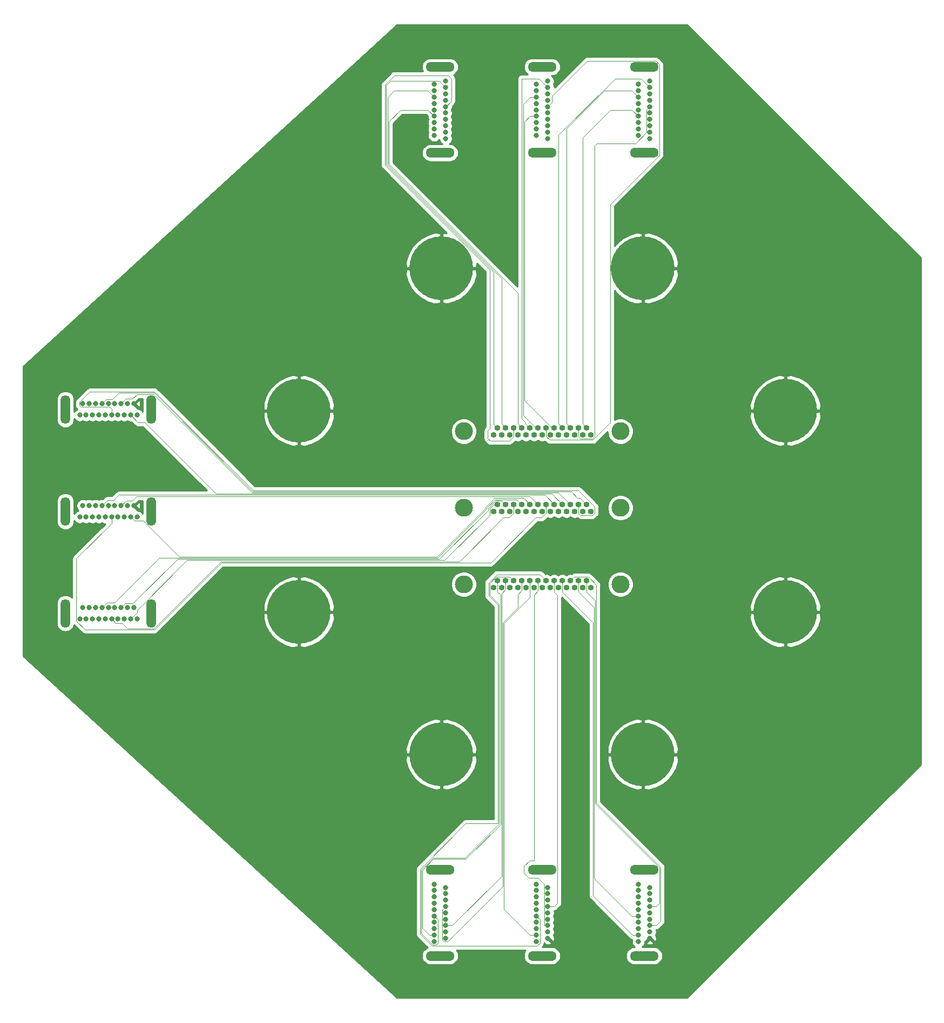
<source format=gbr>
%TF.GenerationSoftware,KiCad,Pcbnew,(5.1.9)-1*%
%TF.CreationDate,2021-08-09T14:44:20-06:00*%
%TF.ProjectId,VacuumFeedThruHDMI,56616375-756d-4466-9565-645468727548,rev?*%
%TF.SameCoordinates,Original*%
%TF.FileFunction,Copper,L3,Inr*%
%TF.FilePolarity,Positive*%
%FSLAX46Y46*%
G04 Gerber Fmt 4.6, Leading zero omitted, Abs format (unit mm)*
G04 Created by KiCad (PCBNEW (5.1.9)-1) date 2021-08-09 14:44:20*
%MOMM*%
%LPD*%
G01*
G04 APERTURE LIST*
%TA.AperFunction,ComponentPad*%
%ADD10O,2.810000X2.810000*%
%TD*%
%TA.AperFunction,ComponentPad*%
%ADD11O,0.920000X0.920000*%
%TD*%
%TA.AperFunction,ComponentPad*%
%ADD12O,4.500000X1.500000*%
%TD*%
%TA.AperFunction,ComponentPad*%
%ADD13C,0.800000*%
%TD*%
%TA.AperFunction,ComponentPad*%
%ADD14O,1.500000X4.500000*%
%TD*%
%TA.AperFunction,ComponentPad*%
%ADD15C,10.000000*%
%TD*%
%TA.AperFunction,Conductor*%
%ADD16C,0.090000*%
%TD*%
%TA.AperFunction,Conductor*%
%ADD17C,0.254000*%
%TD*%
%TA.AperFunction,Conductor*%
%ADD18C,0.100000*%
%TD*%
G04 APERTURE END LIST*
D10*
%TO.N,N/C*%
%TO.C,J3*%
X-12275000Y-11450000D03*
X12275000Y-11450000D03*
D11*
%TO.N,Net-(J12-Pad13)*%
X7620000Y-12000000D03*
%TO.N,Net-(J11-Pad12)*%
X6985000Y-10900000D03*
%TO.N,Net-(J11-Pad10)*%
X6350000Y-12000000D03*
%TO.N,Net-(J11-Pad9)*%
X5715000Y-10900000D03*
%TO.N,Net-(J11-Pad7)*%
X5080000Y-12000000D03*
%TO.N,Net-(J11-Pad6)*%
X4445000Y-10900000D03*
%TO.N,Net-(J11-Pad4)*%
X3810000Y-12000000D03*
%TO.N,Net-(J11-Pad3)*%
X3175000Y-10900000D03*
%TO.N,Net-(J11-Pad1)*%
X2540000Y-12000000D03*
%TO.N,Net-(J12-Pad21)*%
X1905000Y-10900000D03*
%TO.N,Net-(J12-Pad8)*%
X1270000Y-12000000D03*
%TO.N,Net-(J12-Pad20)*%
X635000Y-10900000D03*
%TO.N,Net-(J12-Pad7)*%
X0Y-12000000D03*
%TO.N,Net-(J12-Pad19)*%
X-635000Y-10900000D03*
%TO.N,Net-(J12-Pad6)*%
X-1270000Y-12000000D03*
%TO.N,Net-(J12-Pad18)*%
X-1905000Y-10900000D03*
%TO.N,Net-(J12-Pad5)*%
X-2540000Y-12000000D03*
%TO.N,Net-(J10-Pad12)*%
X-3175000Y-10900000D03*
%TO.N,Net-(J10-Pad10)*%
X-3810000Y-12000000D03*
%TO.N,Net-(J10-Pad9)*%
X-4445000Y-10900000D03*
%TO.N,Net-(J10-Pad7)*%
X-5080000Y-12000000D03*
%TO.N,Net-(J10-Pad6)*%
X-5715000Y-10900000D03*
%TO.N,Net-(J10-Pad4)*%
X-6350000Y-12000000D03*
%TO.N,Net-(J10-Pad3)*%
X-6985000Y-10900000D03*
%TO.N,Net-(J10-Pad1)*%
X-7620000Y-12000000D03*
%TD*%
D12*
%TO.N,N/C*%
%TO.C,J3 - (9:12)*%
X16000000Y-56250000D03*
X16000000Y-69750000D03*
D13*
%TO.N,Net-(J11-Pad19)*%
X15100000Y-58500000D03*
%TO.N,Net-(J11-Pad18)*%
X16900000Y-59000000D03*
%TO.N,GND*%
X15100000Y-59500000D03*
%TO.N,Net-(J11-Pad16)*%
X16900000Y-60000000D03*
%TO.N,Net-(J11-Pad15)*%
X15100000Y-60500000D03*
%TO.N,Net-(J11-Pad14)*%
X16900000Y-61000000D03*
%TO.N,Net-(J11-Pad13)*%
X15100000Y-61500000D03*
%TO.N,Net-(J11-Pad12)*%
X16900000Y-62000000D03*
%TO.N,GND*%
X15100000Y-62500000D03*
%TO.N,Net-(J11-Pad10)*%
X16900000Y-63000000D03*
%TO.N,Net-(J11-Pad9)*%
X15100000Y-63500000D03*
%TO.N,GND*%
X16900000Y-64000000D03*
%TO.N,Net-(J11-Pad7)*%
X15100000Y-64500000D03*
%TO.N,Net-(J11-Pad6)*%
X16900000Y-65000000D03*
%TO.N,GND*%
X15100000Y-65500000D03*
%TO.N,Net-(J11-Pad4)*%
X16900000Y-66000000D03*
%TO.N,Net-(J11-Pad3)*%
X15100000Y-66500000D03*
%TO.N,GND*%
X16900000Y-67000000D03*
%TO.N,Net-(J11-Pad1)*%
X15100000Y-67500000D03*
%TD*%
D12*
%TO.N,N/C*%
%TO.C,J3 - (1:4)*%
X-16000000Y-56250000D03*
X-16000000Y-69750000D03*
D13*
%TO.N,Net-(J10-Pad19)*%
X-16900000Y-58500000D03*
%TO.N,Net-(J10-Pad18)*%
X-15100000Y-59000000D03*
%TO.N,GND*%
X-16900000Y-59500000D03*
%TO.N,Net-(J10-Pad16)*%
X-15100000Y-60000000D03*
%TO.N,Net-(J10-Pad15)*%
X-16900000Y-60500000D03*
%TO.N,Net-(J10-Pad14)*%
X-15100000Y-61000000D03*
%TO.N,Net-(J10-Pad13)*%
X-16900000Y-61500000D03*
%TO.N,Net-(J10-Pad12)*%
X-15100000Y-62000000D03*
%TO.N,GND*%
X-16900000Y-62500000D03*
%TO.N,Net-(J10-Pad10)*%
X-15100000Y-63000000D03*
%TO.N,Net-(J10-Pad9)*%
X-16900000Y-63500000D03*
%TO.N,GND*%
X-15100000Y-64000000D03*
%TO.N,Net-(J10-Pad7)*%
X-16900000Y-64500000D03*
%TO.N,Net-(J10-Pad6)*%
X-15100000Y-65000000D03*
%TO.N,GND*%
X-16900000Y-65500000D03*
%TO.N,Net-(J10-Pad4)*%
X-15100000Y-66000000D03*
%TO.N,Net-(J10-Pad3)*%
X-16900000Y-66500000D03*
%TO.N,GND*%
X-15100000Y-67000000D03*
%TO.N,Net-(J10-Pad1)*%
X-16900000Y-67500000D03*
%TD*%
D12*
%TO.N,N/C*%
%TO.C,J3 - (5:8)*%
X0Y-56250000D03*
X0Y-69750000D03*
D13*
%TO.N,Net-(J9-Pad19)*%
X-900000Y-58500000D03*
%TO.N,Net-(J9-Pad18)*%
X900000Y-59000000D03*
%TO.N,GND*%
X-900000Y-59500000D03*
%TO.N,Net-(J9-Pad16)*%
X900000Y-60000000D03*
%TO.N,Net-(J9-Pad15)*%
X-900000Y-60500000D03*
%TO.N,Net-(J9-Pad14)*%
X900000Y-61000000D03*
%TO.N,Net-(J9-Pad13)*%
X-900000Y-61500000D03*
%TO.N,Net-(J12-Pad21)*%
X900000Y-62000000D03*
%TO.N,GND*%
X-900000Y-62500000D03*
%TO.N,Net-(J12-Pad8)*%
X900000Y-63000000D03*
%TO.N,Net-(J12-Pad20)*%
X-900000Y-63500000D03*
%TO.N,GND*%
X900000Y-64000000D03*
%TO.N,Net-(J12-Pad7)*%
X-900000Y-64500000D03*
%TO.N,Net-(J12-Pad19)*%
X900000Y-65000000D03*
%TO.N,GND*%
X-900000Y-65500000D03*
%TO.N,Net-(J12-Pad6)*%
X900000Y-66000000D03*
%TO.N,Net-(J12-Pad18)*%
X-900000Y-66500000D03*
%TO.N,GND*%
X900000Y-67000000D03*
%TO.N,Net-(J12-Pad5)*%
X-900000Y-67500000D03*
%TD*%
D10*
%TO.N,N/C*%
%TO.C,J1*%
X-12275000Y12550000D03*
X12275000Y12550000D03*
D11*
%TO.N,Net-(J8-Pad13)*%
X7620000Y12000000D03*
%TO.N,Net-(J7-Pad12)*%
X6985000Y13100000D03*
%TO.N,Net-(J7-Pad10)*%
X6350000Y12000000D03*
%TO.N,Net-(J7-Pad9)*%
X5715000Y13100000D03*
%TO.N,Net-(J7-Pad7)*%
X5080000Y12000000D03*
%TO.N,Net-(J7-Pad6)*%
X4445000Y13100000D03*
%TO.N,Net-(J7-Pad4)*%
X3810000Y12000000D03*
%TO.N,Net-(J7-Pad3)*%
X3175000Y13100000D03*
%TO.N,Net-(J7-Pad1)*%
X2540000Y12000000D03*
%TO.N,Net-(J5-Pad12)*%
X1905000Y13100000D03*
%TO.N,Net-(J5-Pad10)*%
X1270000Y12000000D03*
%TO.N,Net-(J5-Pad9)*%
X635000Y13100000D03*
%TO.N,Net-(J5-Pad7)*%
X0Y12000000D03*
%TO.N,Net-(J5-Pad6)*%
X-635000Y13100000D03*
%TO.N,Net-(J5-Pad4)*%
X-1270000Y12000000D03*
%TO.N,Net-(J5-Pad3)*%
X-1905000Y13100000D03*
%TO.N,Net-(J5-Pad1)*%
X-2540000Y12000000D03*
%TO.N,Net-(J6-Pad12)*%
X-3175000Y13100000D03*
%TO.N,Net-(J6-Pad10)*%
X-3810000Y12000000D03*
%TO.N,Net-(J6-Pad9)*%
X-4445000Y13100000D03*
%TO.N,Net-(J6-Pad7)*%
X-5080000Y12000000D03*
%TO.N,Net-(J6-Pad6)*%
X-5715000Y13100000D03*
%TO.N,Net-(J6-Pad4)*%
X-6350000Y12000000D03*
%TO.N,Net-(J6-Pad3)*%
X-6985000Y13100000D03*
%TO.N,Net-(J6-Pad1)*%
X-7620000Y12000000D03*
%TD*%
D12*
%TO.N,N/C*%
%TO.C,J1 - (9:12)*%
X16000000Y56250000D03*
X16000000Y69750000D03*
D13*
%TO.N,Net-(J7-Pad19)*%
X16900000Y58500000D03*
%TO.N,Net-(J7-Pad18)*%
X15100000Y59000000D03*
%TO.N,GND*%
X16900000Y59500000D03*
%TO.N,Net-(J7-Pad16)*%
X15100000Y60000000D03*
%TO.N,Net-(J7-Pad15)*%
X16900000Y60500000D03*
%TO.N,Net-(J7-Pad14)*%
X15100000Y61000000D03*
%TO.N,Net-(J7-Pad13)*%
X16900000Y61500000D03*
%TO.N,Net-(J7-Pad12)*%
X15100000Y62000000D03*
%TO.N,GND*%
X16900000Y62500000D03*
%TO.N,Net-(J7-Pad10)*%
X15100000Y63000000D03*
%TO.N,Net-(J7-Pad9)*%
X16900000Y63500000D03*
%TO.N,GND*%
X15100000Y64000000D03*
%TO.N,Net-(J7-Pad7)*%
X16900000Y64500000D03*
%TO.N,Net-(J7-Pad6)*%
X15100000Y65000000D03*
%TO.N,GND*%
X16900000Y65500000D03*
%TO.N,Net-(J7-Pad4)*%
X15100000Y66000000D03*
%TO.N,Net-(J7-Pad3)*%
X16900000Y66500000D03*
%TO.N,GND*%
X15100000Y67000000D03*
%TO.N,Net-(J7-Pad1)*%
X16900000Y67500000D03*
%TD*%
D12*
%TO.N,N/C*%
%TO.C,J1- (1:4)*%
X-16000000Y56250000D03*
X-16000000Y69750000D03*
D13*
%TO.N,Net-(J6-Pad19)*%
X-15100000Y58500000D03*
%TO.N,Net-(J6-Pad18)*%
X-16900000Y59000000D03*
%TO.N,GND*%
X-15100000Y59500000D03*
%TO.N,Net-(J6-Pad16)*%
X-16900000Y60000000D03*
%TO.N,Net-(J6-Pad15)*%
X-15100000Y60500000D03*
%TO.N,Net-(J6-Pad14)*%
X-16900000Y61000000D03*
%TO.N,Net-(J6-Pad13)*%
X-15100000Y61500000D03*
%TO.N,Net-(J6-Pad12)*%
X-16900000Y62000000D03*
%TO.N,GND*%
X-15100000Y62500000D03*
%TO.N,Net-(J6-Pad10)*%
X-16900000Y63000000D03*
%TO.N,Net-(J6-Pad9)*%
X-15100000Y63500000D03*
%TO.N,GND*%
X-16900000Y64000000D03*
%TO.N,Net-(J6-Pad7)*%
X-15100000Y64500000D03*
%TO.N,Net-(J6-Pad6)*%
X-16900000Y65000000D03*
%TO.N,GND*%
X-15100000Y65500000D03*
%TO.N,Net-(J6-Pad4)*%
X-16900000Y66000000D03*
%TO.N,Net-(J6-Pad3)*%
X-15100000Y66500000D03*
%TO.N,GND*%
X-16900000Y67000000D03*
%TO.N,Net-(J6-Pad1)*%
X-15100000Y67500000D03*
%TD*%
D12*
%TO.N,N/C*%
%TO.C,J1 - (5:8)*%
X0Y56250000D03*
X0Y69750000D03*
D13*
%TO.N,Net-(J5-Pad19)*%
X900000Y58500000D03*
%TO.N,Net-(J5-Pad18)*%
X-900000Y59000000D03*
%TO.N,GND*%
X900000Y59500000D03*
%TO.N,Net-(J5-Pad16)*%
X-900000Y60000000D03*
%TO.N,Net-(J5-Pad15)*%
X900000Y60500000D03*
%TO.N,Net-(J5-Pad14)*%
X-900000Y61000000D03*
%TO.N,Net-(J5-Pad13)*%
X900000Y61500000D03*
%TO.N,Net-(J5-Pad12)*%
X-900000Y62000000D03*
%TO.N,GND*%
X900000Y62500000D03*
%TO.N,Net-(J5-Pad10)*%
X-900000Y63000000D03*
%TO.N,Net-(J5-Pad9)*%
X900000Y63500000D03*
%TO.N,GND*%
X-900000Y64000000D03*
%TO.N,Net-(J5-Pad7)*%
X900000Y64500000D03*
%TO.N,Net-(J5-Pad6)*%
X-900000Y65000000D03*
%TO.N,GND*%
X900000Y65500000D03*
%TO.N,Net-(J5-Pad4)*%
X-900000Y66000000D03*
%TO.N,Net-(J5-Pad3)*%
X900000Y66500000D03*
%TO.N,GND*%
X-900000Y67000000D03*
%TO.N,Net-(J5-Pad1)*%
X900000Y67500000D03*
%TD*%
D10*
%TO.N,N/C*%
%TO.C,J2*%
X-12275000Y550000D03*
X12275000Y550000D03*
D11*
%TO.N,Net-(J4-Pad13)*%
X7620000Y0D03*
%TO.N,Net-(J3-Pad12)*%
X6985000Y1100000D03*
%TO.N,Net-(J3-Pad10)*%
X6350000Y0D03*
%TO.N,Net-(J3-Pad9)*%
X5715000Y1100000D03*
%TO.N,Net-(J3-Pad7)*%
X5080000Y0D03*
%TO.N,Net-(J3-Pad6)*%
X4445000Y1100000D03*
%TO.N,Net-(J3-Pad4)*%
X3810000Y0D03*
%TO.N,Net-(J3-Pad3)*%
X3175000Y1100000D03*
%TO.N,Net-(J3-Pad1)*%
X2540000Y0D03*
%TO.N,Net-(J1-Pad12)*%
X1905000Y1100000D03*
%TO.N,Net-(J1-Pad10)*%
X1270000Y0D03*
%TO.N,Net-(J1-Pad9)*%
X635000Y1100000D03*
%TO.N,Net-(J1-Pad7)*%
X0Y0D03*
%TO.N,Net-(J1-Pad6)*%
X-635000Y1100000D03*
%TO.N,Net-(J1-Pad4)*%
X-1270000Y0D03*
%TO.N,Net-(J1-Pad3)*%
X-1905000Y1100000D03*
%TO.N,Net-(J1-Pad1)*%
X-2540000Y0D03*
%TO.N,Net-(J2-Pad12)*%
X-3175000Y1100000D03*
%TO.N,Net-(J2-Pad10)*%
X-3810000Y0D03*
%TO.N,Net-(J2-Pad9)*%
X-4445000Y1100000D03*
%TO.N,Net-(J2-Pad7)*%
X-5080000Y0D03*
%TO.N,Net-(J2-Pad6)*%
X-5715000Y1100000D03*
%TO.N,Net-(J2-Pad4)*%
X-6350000Y0D03*
%TO.N,Net-(J2-Pad3)*%
X-6985000Y1100000D03*
%TO.N,Net-(J2-Pad1)*%
X-7620000Y0D03*
%TD*%
D14*
%TO.N,N/C*%
%TO.C,J2 - (9:12)*%
X-74750000Y16000000D03*
X-61250000Y16000000D03*
D13*
%TO.N,Net-(J3-Pad19)*%
X-72500000Y15100000D03*
%TO.N,Net-(J3-Pad18)*%
X-72000000Y16900000D03*
%TO.N,GND*%
X-71500000Y15100000D03*
%TO.N,Net-(J3-Pad16)*%
X-71000000Y16900000D03*
%TO.N,Net-(J3-Pad15)*%
X-70500000Y15100000D03*
%TO.N,Net-(J3-Pad14)*%
X-70000000Y16900000D03*
%TO.N,Net-(J3-Pad13)*%
X-69500000Y15100000D03*
%TO.N,Net-(J3-Pad12)*%
X-69000000Y16900000D03*
%TO.N,GND*%
X-68500000Y15100000D03*
%TO.N,Net-(J3-Pad10)*%
X-68000000Y16900000D03*
%TO.N,Net-(J3-Pad9)*%
X-67500000Y15100000D03*
%TO.N,GND*%
X-67000000Y16900000D03*
%TO.N,Net-(J3-Pad7)*%
X-66500000Y15100000D03*
%TO.N,Net-(J3-Pad6)*%
X-66000000Y16900000D03*
%TO.N,GND*%
X-65500000Y15100000D03*
%TO.N,Net-(J3-Pad4)*%
X-65000000Y16900000D03*
%TO.N,Net-(J3-Pad3)*%
X-64500000Y15100000D03*
%TO.N,GND*%
X-64000000Y16900000D03*
%TO.N,Net-(J3-Pad1)*%
X-63500000Y15100000D03*
%TD*%
D14*
%TO.N,N/C*%
%TO.C,J2 - (1:4)*%
X-74750000Y-16000000D03*
X-61250000Y-16000000D03*
D13*
%TO.N,Net-(J2-Pad19)*%
X-72500000Y-16900000D03*
%TO.N,Net-(J2-Pad18)*%
X-72000000Y-15100000D03*
%TO.N,GND*%
X-71500000Y-16900000D03*
%TO.N,Net-(J2-Pad16)*%
X-71000000Y-15100000D03*
%TO.N,Net-(J2-Pad15)*%
X-70500000Y-16900000D03*
%TO.N,Net-(J2-Pad14)*%
X-70000000Y-15100000D03*
%TO.N,Net-(J2-Pad13)*%
X-69500000Y-16900000D03*
%TO.N,Net-(J2-Pad12)*%
X-69000000Y-15100000D03*
%TO.N,GND*%
X-68500000Y-16900000D03*
%TO.N,Net-(J2-Pad10)*%
X-68000000Y-15100000D03*
%TO.N,Net-(J2-Pad9)*%
X-67500000Y-16900000D03*
%TO.N,GND*%
X-67000000Y-15100000D03*
%TO.N,Net-(J2-Pad7)*%
X-66500000Y-16900000D03*
%TO.N,Net-(J2-Pad6)*%
X-66000000Y-15100000D03*
%TO.N,GND*%
X-65500000Y-16900000D03*
%TO.N,Net-(J2-Pad4)*%
X-65000000Y-15100000D03*
%TO.N,Net-(J2-Pad3)*%
X-64500000Y-16900000D03*
%TO.N,GND*%
X-64000000Y-15100000D03*
%TO.N,Net-(J2-Pad1)*%
X-63500000Y-16900000D03*
%TD*%
D14*
%TO.N,N/C*%
%TO.C,J2 - (5:8)*%
X-74750000Y0D03*
X-61250000Y0D03*
D13*
%TO.N,Net-(J1-Pad19)*%
X-72500000Y-900000D03*
%TO.N,Net-(J1-Pad18)*%
X-72000000Y900000D03*
%TO.N,GND*%
X-71500000Y-900000D03*
%TO.N,Net-(J1-Pad16)*%
X-71000000Y900000D03*
%TO.N,Net-(J1-Pad15)*%
X-70500000Y-900000D03*
%TO.N,Net-(J1-Pad14)*%
X-70000000Y900000D03*
%TO.N,Net-(J1-Pad13)*%
X-69500000Y-900000D03*
%TO.N,Net-(J1-Pad12)*%
X-69000000Y900000D03*
%TO.N,GND*%
X-68500000Y-900000D03*
%TO.N,Net-(J1-Pad10)*%
X-68000000Y900000D03*
%TO.N,Net-(J1-Pad9)*%
X-67500000Y-900000D03*
%TO.N,GND*%
X-67000000Y900000D03*
%TO.N,Net-(J1-Pad7)*%
X-66500000Y-900000D03*
%TO.N,Net-(J1-Pad6)*%
X-66000000Y900000D03*
%TO.N,GND*%
X-65500000Y-900000D03*
%TO.N,Net-(J1-Pad4)*%
X-65000000Y900000D03*
%TO.N,Net-(J1-Pad3)*%
X-64500000Y-900000D03*
%TO.N,GND*%
X-64000000Y900000D03*
%TO.N,Net-(J1-Pad1)*%
X-63500000Y-900000D03*
%TD*%
D15*
%TO.N,GND*%
%TO.C,J2*%
X15795259Y-38133128D03*
X38133128Y-15795259D03*
X38133128Y15795259D03*
X15795259Y38133128D03*
X-15795259Y38133128D03*
X-38133128Y15795259D03*
X-38133128Y-15795259D03*
X-15795259Y-38133128D03*
%TD*%
D16*
%TO.N,Net-(J1-Pad12)*%
X439980Y2565020D02*
X-66354980Y2565020D01*
X1905000Y1100000D02*
X439980Y2565020D01*
X-66354980Y2565020D02*
X-67180000Y1740000D01*
X-68160000Y1740000D02*
X-69000000Y900000D01*
X-67180000Y1740000D02*
X-68160000Y1740000D01*
%TO.N,Net-(J1-Pad9)*%
X635000Y-245602D02*
X-89398Y-970000D01*
X635000Y1100000D02*
X635000Y-245602D01*
X-89398Y-970000D02*
X-980000Y-970000D01*
X-8050000Y-8040000D02*
X-50283835Y-8040000D01*
X-980000Y-970000D02*
X-8050000Y-8040000D01*
X-60808855Y-18565020D02*
X-71644980Y-18565020D01*
X-50283835Y-8040000D02*
X-60808855Y-18565020D01*
X-73035001Y-17174999D02*
X-73035001Y-7415001D01*
X-71644980Y-18565020D02*
X-73035001Y-17174999D01*
X-67500000Y-1880000D02*
X-67500000Y-900000D01*
X-73035001Y-7415001D02*
X-67500000Y-1880000D01*
%TO.N,Net-(J1-Pad6)*%
X-635000Y1100000D02*
X-1915000Y2380000D01*
X-59855010Y2385010D02*
X-63544990Y2385010D01*
X-59850000Y2380000D02*
X-59855010Y2385010D01*
X-1915000Y2380000D02*
X-59850000Y2380000D01*
X-63544990Y2385010D02*
X-64230000Y1700000D01*
X-65200000Y1700000D02*
X-66000000Y900000D01*
X-64230000Y1700000D02*
X-65200000Y1700000D01*
%TO.N,Net-(J1-Pad3)*%
X-7444234Y2055020D02*
X-8940000Y559254D01*
X-2860021Y2055021D02*
X-7444234Y2055020D01*
X-1905000Y1100000D02*
X-2860021Y2055021D01*
X-8940000Y400000D02*
X-16479970Y-7139970D01*
X-8940000Y559254D02*
X-8940000Y400000D01*
X-56861623Y-7139970D02*
X-62541593Y-1460000D01*
X-16479970Y-7139970D02*
X-56861623Y-7139970D01*
X-63940000Y-1460000D02*
X-64500000Y-900000D01*
X-62541593Y-1460000D02*
X-63940000Y-1460000D01*
%TO.N,Net-(J2-Pad3)*%
X-7635538Y1100000D02*
X-8230000Y505538D01*
X-6985000Y1100000D02*
X-7635538Y1100000D01*
X-8230000Y505538D02*
X-8230000Y-610000D01*
X-8230000Y-610000D02*
X-15300000Y-7680000D01*
X-55681593Y-7680000D02*
X-63481593Y-15480000D01*
X-15300000Y-7680000D02*
X-55681593Y-7680000D01*
X-63481593Y-15881593D02*
X-64500000Y-16900000D01*
X-63481593Y-15480000D02*
X-63481593Y-15881593D01*
%TO.N,Net-(J2-Pad6)*%
X-7295109Y1695001D02*
X-8480000Y510110D01*
X-6310001Y1695001D02*
X-7295109Y1695001D01*
X-5715000Y1100000D02*
X-6310001Y1695001D01*
X-8480000Y510110D02*
X-8480000Y170000D01*
X-16149990Y-7499990D02*
X-57169990Y-7499990D01*
X-8480000Y170000D02*
X-16149990Y-7499990D01*
X-57169990Y-7499990D02*
X-64130000Y-14460000D01*
X-65360000Y-14460000D02*
X-66000000Y-15100000D01*
X-64130000Y-14460000D02*
X-65360000Y-14460000D01*
%TO.N,Net-(J2-Pad9)*%
X-4445000Y-245602D02*
X-5139398Y-940000D01*
X-4445000Y1100000D02*
X-4445000Y-245602D01*
X-5139398Y-940000D02*
X-6040000Y-940000D01*
X-6040000Y-940000D02*
X-12960000Y-7860000D01*
X-12960000Y-7860000D02*
X-50358407Y-7860000D01*
X-60883417Y-18385010D02*
X-64994990Y-18385010D01*
X-50358407Y-7860000D02*
X-60883417Y-18385010D01*
X-64994990Y-18385010D02*
X-65830000Y-17550000D01*
X-66850000Y-17550000D02*
X-67500000Y-16900000D01*
X-65830000Y-17550000D02*
X-66850000Y-17550000D01*
%TO.N,Net-(J2-Pad12)*%
X-7369671Y1875011D02*
X-8690000Y554682D01*
X-3950011Y1875011D02*
X-7369671Y1875011D01*
X-3175000Y1100000D02*
X-3950011Y1875011D01*
X-8690000Y554682D02*
X-8690000Y390000D01*
X-16399980Y-7319980D02*
X-59990020Y-7319980D01*
X-8690000Y390000D02*
X-16399980Y-7319980D01*
X-59990020Y-7319980D02*
X-67030040Y-14360000D01*
X-68260000Y-14360000D02*
X-69000000Y-15100000D01*
X-67030040Y-14360000D02*
X-68260000Y-14360000D01*
%TO.N,Net-(J3-Pad3)*%
X3175000Y1100000D02*
X1529970Y2745030D01*
X1529970Y2745030D02*
X-51115030Y2745030D01*
X-51115030Y2745030D02*
X-62340000Y13970000D01*
X-63370000Y13970000D02*
X-64500000Y15100000D01*
X-62340000Y13970000D02*
X-63370000Y13970000D01*
%TO.N,Net-(J3-Pad6)*%
X-65240000Y17660000D02*
X-66000000Y16900000D01*
X-64240020Y17660000D02*
X-65240000Y17660000D01*
X-60883417Y18385010D02*
X-63515010Y18385010D01*
X-45448407Y2950000D02*
X-60883417Y18385010D01*
X2595000Y2950000D02*
X-45448407Y2950000D01*
X-63515010Y18385010D02*
X-64240020Y17660000D01*
X4445000Y1100000D02*
X2595000Y2950000D01*
%TO.N,Net-(J3-Pad9)*%
X6064399Y-595001D02*
X7905601Y-595001D01*
X5715000Y1100000D02*
X5715000Y-245602D01*
X8215001Y750601D02*
X5655602Y3310000D01*
X7905601Y-595001D02*
X8215001Y-285601D01*
X8215001Y-285601D02*
X8215001Y750601D01*
X5715000Y-245602D02*
X6064399Y-595001D01*
X4634572Y3310000D02*
X4634552Y3310020D01*
X5655602Y3310000D02*
X4634572Y3310000D01*
X-60734293Y18745030D02*
X-70934970Y18745030D01*
X-45299283Y3310020D02*
X-60734293Y18745030D01*
X4634552Y3310020D02*
X-45299283Y3310020D01*
X-72535001Y16643199D02*
X-72256801Y16364999D01*
X-72535001Y17144999D02*
X-72535001Y16643199D01*
X-70934970Y18745030D02*
X-72535001Y17144999D01*
X-72256801Y16364999D02*
X-67764999Y16364999D01*
X-67500000Y16100000D02*
X-67500000Y15100000D01*
X-67764999Y16364999D02*
X-67500000Y16100000D01*
%TO.N,Net-(J3-Pad12)*%
X-66344980Y18565020D02*
X-67360000Y17550000D01*
X-45373845Y3130010D02*
X-60808855Y18565020D01*
X4559990Y3130010D02*
X-45373845Y3130010D01*
X-60808855Y18565020D02*
X-66344980Y18565020D01*
X5560000Y2130000D02*
X4559990Y3130010D01*
X-68350000Y17550000D02*
X-69000000Y16900000D01*
X-67360000Y17550000D02*
X-68350000Y17550000D01*
X5955000Y2130000D02*
X5560000Y2130000D01*
X6985000Y1100000D02*
X5955000Y2130000D01*
%TO.N,Net-(J5-Pad3)*%
X-1905000Y13100000D02*
X-2580000Y13775000D01*
X-2580000Y13775000D02*
X-2580000Y13940000D01*
X-2580000Y13940000D02*
X-3200000Y14560000D01*
X-3200000Y14560000D02*
X-3200000Y67900000D01*
X-500000Y67900000D02*
X900000Y66500000D01*
X-3200000Y67900000D02*
X-500000Y67900000D01*
%TO.N,Net-(J5-Pad6)*%
X-1024398Y13100000D02*
X-2960000Y15035602D01*
X-635000Y13100000D02*
X-1024398Y13100000D01*
X-2960000Y15035602D02*
X-2960000Y63930000D01*
X-1890000Y65000000D02*
X-900000Y65000000D01*
X-2960000Y63930000D02*
X-1890000Y65000000D01*
%TO.N,Net-(J5-Pad9)*%
X635000Y11754398D02*
X1159398Y11230000D01*
X635000Y13100000D02*
X635000Y11754398D01*
X1164409Y11224989D02*
X635000Y11754398D01*
X7980163Y11224989D02*
X1164409Y11224989D01*
X10660258Y48150258D02*
X10660258Y13905084D01*
X18385010Y55875010D02*
X10660258Y48150258D01*
X17866583Y70635010D02*
X18385010Y70116583D01*
X7035010Y70635010D02*
X17866583Y70635010D01*
X1560000Y65160000D02*
X7035010Y70635010D01*
X10660258Y13905084D02*
X7980163Y11224989D01*
X1560000Y64160000D02*
X1560000Y65160000D01*
X18385010Y70116583D02*
X18385010Y55875010D01*
X900000Y63500000D02*
X1560000Y64160000D01*
%TO.N,Net-(J5-Pad12)*%
X1905000Y13100000D02*
X1515602Y13100000D01*
X1515602Y13100000D02*
X-2760000Y17375602D01*
X-2760000Y17375602D02*
X-2760000Y61140000D01*
X-1900000Y62000000D02*
X-900000Y62000000D01*
X-2760000Y61140000D02*
X-1900000Y62000000D01*
%TO.N,Net-(J6-Pad12)*%
X-3810000Y13735000D02*
X-3175000Y13100000D01*
X-24020000Y54480000D02*
X-3810000Y34270000D01*
X-3810000Y34270000D02*
X-3810000Y13735000D01*
X-24020000Y61160000D02*
X-24020000Y54480000D01*
X-22180000Y63000000D02*
X-24020000Y61160000D01*
X-17900000Y63000000D02*
X-22180000Y63000000D01*
X-16900000Y62000000D02*
X-17900000Y63000000D01*
%TO.N,Net-(J6-Pad9)*%
X-4445000Y13100000D02*
X-4445000Y11754398D01*
X-4445000Y11754398D02*
X-5169398Y11030000D01*
X-5169398Y11030000D02*
X-8140000Y11030000D01*
X-8140000Y11030000D02*
X-8500000Y11390000D01*
X-8500000Y11390000D02*
X-8500000Y12710000D01*
X-8500000Y12710000D02*
X-8220000Y12990000D01*
X-8220000Y12990000D02*
X-8220000Y37900000D01*
X-8220000Y37900000D02*
X-24620000Y54300000D01*
X-24620000Y54300000D02*
X-24620000Y66960000D01*
X-14250000Y67910000D02*
X-14250000Y64350000D01*
X-24620000Y66960000D02*
X-23190000Y68390000D01*
X-14250000Y64350000D02*
X-15100000Y63500000D01*
X-23190000Y68390000D02*
X-14730000Y68390000D01*
X-14730000Y68390000D02*
X-14250000Y67910000D01*
%TO.N,Net-(J6-Pad6)*%
X-16900000Y65000000D02*
X-17900000Y66000000D01*
X-17900000Y66000000D02*
X-23210000Y66000000D01*
X-23210000Y66000000D02*
X-24240000Y64970000D01*
X-24240000Y54429144D02*
X-6350000Y36539144D01*
X-24240000Y64970000D02*
X-24240000Y54429144D01*
X-6350000Y13735000D02*
X-5715000Y13100000D01*
X-6350000Y36539144D02*
X-6350000Y13735000D01*
%TO.N,Net-(J6-Pad3)*%
X-6985000Y13100000D02*
X-7610000Y13725000D01*
X-7610000Y13725000D02*
X-7610000Y37540000D01*
X-16135001Y67535001D02*
X-23790427Y67535001D01*
X-15100000Y66500000D02*
X-16135001Y67535001D01*
X-23790427Y67535001D02*
X-24439990Y66885438D01*
X-24439990Y66885438D02*
X-24439990Y54374562D01*
X-8039991Y37969991D02*
X-7610000Y37540000D01*
X-8039991Y37974563D02*
X-8039991Y37969991D01*
X-24439990Y54374562D02*
X-8039991Y37974563D01*
%TO.N,Net-(J7-Pad12)*%
X14100000Y63000000D02*
X15100000Y62000000D01*
X10700000Y63000000D02*
X14100000Y63000000D01*
X6350000Y58650000D02*
X10700000Y63000000D01*
X6350000Y13735000D02*
X6350000Y58650000D01*
X6985000Y13100000D02*
X6350000Y13735000D01*
%TO.N,Net-(J7-Pad9)*%
X7905601Y11404999D02*
X6045001Y11404999D01*
X8220000Y11719398D02*
X7905601Y11404999D01*
X8220000Y57390000D02*
X8220000Y11719398D01*
X6045001Y11404999D02*
X5715000Y11735000D01*
X8570000Y57740000D02*
X8220000Y57390000D01*
X14640000Y57740000D02*
X8570000Y57740000D01*
X5715000Y11735000D02*
X5715000Y13100000D01*
X16364999Y59464999D02*
X14640000Y57740000D01*
X16364999Y62964999D02*
X16364999Y59464999D01*
X16900000Y63500000D02*
X16364999Y62964999D01*
%TO.N,Net-(J7-Pad6)*%
X4445000Y13100000D02*
X3810000Y13735000D01*
X3810000Y13735000D02*
X3810000Y60055428D01*
X3810000Y60055428D02*
X9754572Y66000000D01*
X14100000Y66000000D02*
X15100000Y65000000D01*
X9754572Y66000000D02*
X14100000Y66000000D01*
%TO.N,Net-(J7-Pad3)*%
X15490000Y67910000D02*
X16900000Y66500000D01*
X11410000Y67910000D02*
X15490000Y67910000D01*
X2540000Y59040000D02*
X11410000Y67910000D01*
X2540000Y13735000D02*
X2540000Y59040000D01*
X3175000Y13100000D02*
X2540000Y13735000D01*
%TO.N,Net-(J12-Pad21)*%
X1905000Y-10900000D02*
X1905000Y-12635000D01*
X2385010Y-13115010D02*
X2385010Y-61514990D01*
X1905000Y-12635000D02*
X2385010Y-13115010D01*
X1900000Y-62000000D02*
X900000Y-62000000D01*
X2385010Y-61514990D02*
X1900000Y-62000000D01*
%TO.N,Net-(J12-Pad20)*%
X-364999Y-64035001D02*
X-900000Y-63500000D01*
X635000Y-10900000D02*
X-355000Y-9910000D01*
X-8395011Y-11174837D02*
X-8395011Y-13204989D01*
X-355000Y-9910000D02*
X-7130174Y-9910000D01*
X-7130174Y-9910000D02*
X-8395011Y-11174837D01*
X-8395011Y-13204989D02*
X-6900010Y-14699990D01*
X-364999Y-67756801D02*
X-364999Y-64035001D01*
X-6900010Y-14699990D02*
X-6900010Y-48960866D01*
X-6900010Y-48960866D02*
X-11971603Y-48960866D01*
X-17231363Y-68215011D02*
X-823209Y-68215011D01*
X-11971603Y-48960866D02*
X-19150020Y-56139283D01*
X-19150020Y-56139283D02*
X-19150019Y-66296355D01*
X-823209Y-68215011D02*
X-364999Y-67756801D01*
X-19150019Y-66296355D02*
X-17231363Y-68215011D01*
%TO.N,Net-(J12-Pad19)*%
X-635000Y-10900000D02*
X-635000Y-12485000D01*
X-635000Y-12485000D02*
X-1270000Y-13120000D01*
X-1270000Y-13120000D02*
X-1270000Y-54770000D01*
X-1270000Y-54770000D02*
X-1970000Y-54770000D01*
X-1970000Y-54770000D02*
X-2870000Y-55670000D01*
X-2870000Y-55670000D02*
X-2870000Y-56720000D01*
X-2870000Y-56720000D02*
X-2070000Y-57520000D01*
X-2070000Y-57520000D02*
X-640000Y-57520000D01*
X364999Y-58524999D02*
X364999Y-64964999D01*
X-640000Y-57520000D02*
X364999Y-58524999D01*
X400000Y-65000000D02*
X900000Y-65000000D01*
X364999Y-64964999D02*
X400000Y-65000000D01*
%TO.N,Net-(J10-Pad3)*%
X-6985000Y-10900000D02*
X-6985000Y-12615000D01*
X-6985000Y-12615000D02*
X-6540000Y-13060000D01*
X-6540000Y-13060000D02*
X-6540000Y-49110000D01*
X-6540000Y-49110000D02*
X-11980000Y-54550000D01*
X-17051593Y-54550000D02*
X-18790000Y-56288407D01*
X-11980000Y-54550000D02*
X-17051593Y-54550000D01*
X-18790000Y-56288407D02*
X-18790000Y-65400000D01*
X-17690000Y-66500000D02*
X-16900000Y-66500000D01*
X-18790000Y-65400000D02*
X-17690000Y-66500000D01*
%TO.N,Net-(J10-Pad6)*%
X-5715000Y-12245602D02*
X-6359398Y-12890000D01*
X-5715000Y-10900000D02*
X-5715000Y-12245602D01*
X-6359398Y-13309398D02*
X-6359990Y-13309990D01*
X-6359398Y-12890000D02*
X-6359398Y-13309398D01*
X-6359990Y-13309990D02*
X-6359990Y-57259990D01*
X-14100000Y-65000000D02*
X-15100000Y-65000000D01*
X-6359990Y-57259990D02*
X-14100000Y-65000000D01*
%TO.N,Net-(J10-Pad9)*%
X-8215001Y-11249399D02*
X-8215001Y-13114999D01*
X-7270601Y-10304999D02*
X-8215001Y-11249399D01*
X-5040001Y-10304999D02*
X-7270601Y-10304999D01*
X-4445000Y-10900000D02*
X-5040001Y-10304999D01*
X-8215001Y-13114999D02*
X-6720000Y-14610000D01*
X-6720000Y-14610000D02*
X-6720000Y-49035428D01*
X-16364999Y-67756801D02*
X-16364999Y-64035001D01*
X-17156801Y-68035001D02*
X-16643199Y-68035001D01*
X-18970010Y-66221792D02*
X-17156801Y-68035001D01*
X-18970010Y-56213845D02*
X-18970010Y-66221792D01*
X-16643199Y-68035001D02*
X-16364999Y-67756801D01*
X-17126156Y-54369991D02*
X-18970010Y-56213845D01*
X-12054562Y-54369990D02*
X-17126156Y-54369991D01*
X-16364999Y-64035001D02*
X-16900000Y-63500000D01*
X-6720000Y-49035428D02*
X-12054562Y-54369990D01*
%TO.N,Net-(J10-Pad12)*%
X-3175000Y-10900000D02*
X-3175000Y-12415000D01*
X-3175000Y-12415000D02*
X-3810000Y-13050000D01*
X-3810000Y-13050000D02*
X-3810000Y-15130000D01*
X-15635001Y-67256801D02*
X-15635001Y-62535001D01*
X-15356801Y-67535001D02*
X-15635001Y-67256801D01*
X-14843199Y-67535001D02*
X-15356801Y-67535001D01*
X-6179980Y-58871782D02*
X-14843199Y-67535001D01*
X-6179980Y-17499980D02*
X-6179980Y-58871782D01*
X-15635001Y-62535001D02*
X-15100000Y-62000000D01*
X-3810000Y-15130000D02*
X-6179980Y-17499980D01*
%TO.N,Net-(J11-Pad3)*%
X3175000Y-10900000D02*
X3175000Y-12635000D01*
X3175000Y-12635000D02*
X7970000Y-17430000D01*
X7970000Y-17430000D02*
X7970000Y-60350000D01*
X14120000Y-66500000D02*
X15100000Y-66500000D01*
X7970000Y-60350000D02*
X14120000Y-66500000D01*
%TO.N,Net-(J11-Pad6)*%
X8520000Y-11554398D02*
X8520000Y-45763835D01*
X7270601Y-10304999D02*
X8520000Y-11554398D01*
X5040001Y-10304999D02*
X7270601Y-10304999D01*
X4445000Y-10900000D02*
X5040001Y-10304999D01*
X18570010Y-55813845D02*
X18570010Y-64319990D01*
X8520000Y-45763835D02*
X18570010Y-55813845D01*
X17890000Y-65000000D02*
X16900000Y-65000000D01*
X18570010Y-64319990D02*
X17890000Y-65000000D01*
%TO.N,Net-(J11-Pad9)*%
X5715000Y-10900000D02*
X5715000Y-12625000D01*
X5715000Y-12625000D02*
X8150010Y-15060010D01*
X8150010Y-15060010D02*
X8150010Y-57560010D01*
X14090000Y-63500000D02*
X15100000Y-63500000D01*
X8150010Y-57560010D02*
X14090000Y-63500000D01*
%TO.N,Net-(J11-Pad12)*%
X6985000Y-10900000D02*
X6985000Y-12635000D01*
X6985000Y-12635000D02*
X8330020Y-13980020D01*
X8330020Y-45828427D02*
X18390000Y-55888407D01*
X8330020Y-13980020D02*
X8330020Y-45828427D01*
X18390000Y-55888407D02*
X18390000Y-61510000D01*
X17900000Y-62000000D02*
X16900000Y-62000000D01*
X18390000Y-61510000D02*
X17900000Y-62000000D01*
%TO.N,Net-(J12-Pad18)*%
X-1900000Y-66500000D02*
X-900000Y-66500000D01*
X-5990000Y-62410000D02*
X-1900000Y-66500000D01*
X-5990000Y-17570000D02*
X-5990000Y-62410000D01*
X-1905000Y-13485000D02*
X-5990000Y-17570000D01*
X-1905000Y-10900000D02*
X-1905000Y-13485000D01*
%TD*%
D17*
%TO.N,GND*%
X59340001Y39726618D02*
X59340000Y-39726619D01*
X22726620Y-76340000D01*
X-22743562Y-76340000D01*
X-44814716Y-56139283D01*
X-19833310Y-56139283D01*
X-19830020Y-56172688D01*
X-19830018Y-66262941D01*
X-19833309Y-66296355D01*
X-19820180Y-66429658D01*
X-19781297Y-66557838D01*
X-19781296Y-66557839D01*
X-19718153Y-66675971D01*
X-19633177Y-66779514D01*
X-19607229Y-66800809D01*
X-17964465Y-68443573D01*
X-18032581Y-68464236D01*
X-18273188Y-68592843D01*
X-18484081Y-68765919D01*
X-18657157Y-68976812D01*
X-18785764Y-69217419D01*
X-18864960Y-69478493D01*
X-18891701Y-69750000D01*
X-18864960Y-70021507D01*
X-18785764Y-70282581D01*
X-18657157Y-70523188D01*
X-18484081Y-70734081D01*
X-18273188Y-70907157D01*
X-18032581Y-71035764D01*
X-17771507Y-71114960D01*
X-17568037Y-71135000D01*
X-14431963Y-71135000D01*
X-14228493Y-71114960D01*
X-13967419Y-71035764D01*
X-13726812Y-70907157D01*
X-13515919Y-70734081D01*
X-13342843Y-70523188D01*
X-13214236Y-70282581D01*
X-13135040Y-70021507D01*
X-13108299Y-69750000D01*
X-13135040Y-69478493D01*
X-13214236Y-69217419D01*
X-13342843Y-68976812D01*
X-13409976Y-68895011D01*
X-2590024Y-68895011D01*
X-2657157Y-68976812D01*
X-2785764Y-69217419D01*
X-2864960Y-69478493D01*
X-2891701Y-69750000D01*
X-2864960Y-70021507D01*
X-2785764Y-70282581D01*
X-2657157Y-70523188D01*
X-2484081Y-70734081D01*
X-2273188Y-70907157D01*
X-2032581Y-71035764D01*
X-1771507Y-71114960D01*
X-1568037Y-71135000D01*
X1568037Y-71135000D01*
X1771507Y-71114960D01*
X2032581Y-71035764D01*
X2273188Y-70907157D01*
X2484081Y-70734081D01*
X2657157Y-70523188D01*
X2785764Y-70282581D01*
X2864960Y-70021507D01*
X2891701Y-69750000D01*
X2864960Y-69478493D01*
X2785764Y-69217419D01*
X2657157Y-68976812D01*
X2484081Y-68765919D01*
X2273188Y-68592843D01*
X2032581Y-68464236D01*
X1771507Y-68385040D01*
X1568037Y-68365000D01*
X-11533Y-68365000D01*
X92216Y-68261251D01*
X118159Y-68239960D01*
X146718Y-68205162D01*
X154271Y-68195958D01*
X203136Y-68136417D01*
X266279Y-68018285D01*
X305162Y-67890104D01*
X313849Y-67801898D01*
X317798Y-67761810D01*
X373164Y-67706444D01*
X396019Y-67909736D01*
X583184Y-67990577D01*
X782523Y-68033351D01*
X986377Y-68036413D01*
X1186912Y-67999647D01*
X1376420Y-67924466D01*
X1403981Y-67909736D01*
X1426836Y-67706441D01*
X900000Y-67179605D01*
X885858Y-67193748D01*
X709493Y-67017383D01*
X798061Y-67035000D01*
X1001939Y-67035000D01*
X1095913Y-67016308D01*
X1606441Y-67526836D01*
X1809736Y-67503981D01*
X1890577Y-67316816D01*
X1933351Y-67117477D01*
X1936413Y-66913623D01*
X1899647Y-66713088D01*
X1824466Y-66523580D01*
X1811344Y-66499028D01*
X1817205Y-66490256D01*
X1895226Y-66301898D01*
X1935000Y-66101939D01*
X1935000Y-65898061D01*
X1895226Y-65698102D01*
X1817205Y-65509744D01*
X1810694Y-65500000D01*
X1817205Y-65490256D01*
X1895226Y-65301898D01*
X1935000Y-65101939D01*
X1935000Y-64898061D01*
X1895226Y-64698102D01*
X1817205Y-64509744D01*
X1811157Y-64500692D01*
X1890577Y-64316816D01*
X1933351Y-64117477D01*
X1936413Y-63913623D01*
X1899647Y-63713088D01*
X1824466Y-63523580D01*
X1811344Y-63499028D01*
X1817205Y-63490256D01*
X1895226Y-63301898D01*
X1935000Y-63101939D01*
X1935000Y-62898061D01*
X1895226Y-62698102D01*
X1888627Y-62682170D01*
X1900000Y-62683290D01*
X1933404Y-62680000D01*
X2033303Y-62670161D01*
X2161484Y-62631278D01*
X2279616Y-62568135D01*
X2383159Y-62483159D01*
X2404458Y-62457206D01*
X2842225Y-62019441D01*
X2868169Y-61998149D01*
X2889460Y-61972206D01*
X2889463Y-61972203D01*
X2953145Y-61894606D01*
X3016288Y-61776474D01*
X3055171Y-61648293D01*
X3068300Y-61514990D01*
X3065010Y-61481586D01*
X3065010Y-13486674D01*
X7290000Y-17711665D01*
X7290001Y-60316585D01*
X7286710Y-60350000D01*
X7299839Y-60483303D01*
X7338722Y-60611483D01*
X7338723Y-60611484D01*
X7401866Y-60729616D01*
X7486842Y-60833159D01*
X7512790Y-60854454D01*
X13615545Y-66957210D01*
X13636841Y-66983159D01*
X13740384Y-67068135D01*
X13858516Y-67131278D01*
X13986697Y-67170161D01*
X14086596Y-67180000D01*
X14086605Y-67180000D01*
X14111266Y-67182429D01*
X14104774Y-67198102D01*
X14065000Y-67398061D01*
X14065000Y-67601939D01*
X14104774Y-67801898D01*
X14182795Y-67990256D01*
X14296063Y-68159774D01*
X14440226Y-68303937D01*
X14531613Y-68365000D01*
X14431963Y-68365000D01*
X14228493Y-68385040D01*
X13967419Y-68464236D01*
X13726812Y-68592843D01*
X13515919Y-68765919D01*
X13342843Y-68976812D01*
X13214236Y-69217419D01*
X13135040Y-69478493D01*
X13108299Y-69750000D01*
X13135040Y-70021507D01*
X13214236Y-70282581D01*
X13342843Y-70523188D01*
X13515919Y-70734081D01*
X13726812Y-70907157D01*
X13967419Y-71035764D01*
X14228493Y-71114960D01*
X14431963Y-71135000D01*
X17568037Y-71135000D01*
X17771507Y-71114960D01*
X18032581Y-71035764D01*
X18273188Y-70907157D01*
X18484081Y-70734081D01*
X18657157Y-70523188D01*
X18785764Y-70282581D01*
X18864960Y-70021507D01*
X18891701Y-69750000D01*
X18864960Y-69478493D01*
X18785764Y-69217419D01*
X18657157Y-68976812D01*
X18484081Y-68765919D01*
X18273188Y-68592843D01*
X18032581Y-68464236D01*
X17771507Y-68385040D01*
X17568037Y-68365000D01*
X15668387Y-68365000D01*
X15759774Y-68303937D01*
X15903937Y-68159774D01*
X16017205Y-67990256D01*
X16095226Y-67801898D01*
X16114213Y-67706441D01*
X16373164Y-67706441D01*
X16396019Y-67909736D01*
X16583184Y-67990577D01*
X16782523Y-68033351D01*
X16986377Y-68036413D01*
X17186912Y-67999647D01*
X17376420Y-67924466D01*
X17403981Y-67909736D01*
X17426836Y-67706441D01*
X16900000Y-67179605D01*
X16373164Y-67706441D01*
X16114213Y-67706441D01*
X16135000Y-67601939D01*
X16135000Y-67520253D01*
X16193559Y-67526836D01*
X16704087Y-67016308D01*
X16798061Y-67035000D01*
X17001939Y-67035000D01*
X17095913Y-67016308D01*
X17606441Y-67526836D01*
X17809736Y-67503981D01*
X17890577Y-67316816D01*
X17933351Y-67117477D01*
X17936413Y-66913623D01*
X17899647Y-66713088D01*
X17824466Y-66523580D01*
X17811344Y-66499028D01*
X17817205Y-66490256D01*
X17895226Y-66301898D01*
X17935000Y-66101939D01*
X17935000Y-65898061D01*
X17895226Y-65698102D01*
X17889052Y-65683197D01*
X17890000Y-65683290D01*
X17923404Y-65680000D01*
X18023303Y-65670161D01*
X18151484Y-65631278D01*
X18269616Y-65568135D01*
X18373159Y-65483159D01*
X18394459Y-65457205D01*
X19027220Y-64824445D01*
X19053169Y-64803149D01*
X19138145Y-64699606D01*
X19201288Y-64581474D01*
X19240171Y-64453293D01*
X19250010Y-64353394D01*
X19250010Y-64353385D01*
X19253299Y-64319991D01*
X19250010Y-64286597D01*
X19250010Y-55847238D01*
X19253299Y-55813844D01*
X19250010Y-55780450D01*
X19250010Y-55780441D01*
X19240171Y-55680542D01*
X19201288Y-55552361D01*
X19138145Y-55434229D01*
X19053168Y-55330686D01*
X19027225Y-55309395D01*
X9200000Y-45482171D01*
X9200000Y-39144115D01*
X10223980Y-39144115D01*
X10528264Y-40211592D01*
X11034956Y-41199195D01*
X11724584Y-42068970D01*
X12570646Y-42787493D01*
X13540628Y-43327151D01*
X14597254Y-43667206D01*
X14784272Y-43704407D01*
X15668259Y-43635177D01*
X15668259Y-38260128D01*
X15922259Y-38260128D01*
X15922259Y-43635177D01*
X16806246Y-43704407D01*
X17873723Y-43400123D01*
X18861326Y-42893431D01*
X19731101Y-42203803D01*
X20449624Y-41357741D01*
X20989282Y-40387759D01*
X21329337Y-39331133D01*
X21366538Y-39144115D01*
X21297308Y-38260128D01*
X15922259Y-38260128D01*
X15668259Y-38260128D01*
X10293210Y-38260128D01*
X10223980Y-39144115D01*
X9200000Y-39144115D01*
X9200000Y-37122141D01*
X10223980Y-37122141D01*
X10293210Y-38006128D01*
X15668259Y-38006128D01*
X15668259Y-32631079D01*
X15922259Y-32631079D01*
X15922259Y-38006128D01*
X21297308Y-38006128D01*
X21366538Y-37122141D01*
X21062254Y-36054664D01*
X20555562Y-35067061D01*
X19865934Y-34197286D01*
X19019872Y-33478763D01*
X18049890Y-32939105D01*
X16993264Y-32599050D01*
X16806246Y-32561849D01*
X15922259Y-32631079D01*
X15668259Y-32631079D01*
X14784272Y-32561849D01*
X13716795Y-32866133D01*
X12729192Y-33372825D01*
X11859417Y-34062453D01*
X11140894Y-34908515D01*
X10601236Y-35878497D01*
X10261181Y-36935123D01*
X10223980Y-37122141D01*
X9200000Y-37122141D01*
X9200000Y-16806246D01*
X32561849Y-16806246D01*
X32866133Y-17873723D01*
X33372825Y-18861326D01*
X34062453Y-19731101D01*
X34908515Y-20449624D01*
X35878497Y-20989282D01*
X36935123Y-21329337D01*
X37122141Y-21366538D01*
X38006128Y-21297308D01*
X38006128Y-15922259D01*
X38260128Y-15922259D01*
X38260128Y-21297308D01*
X39144115Y-21366538D01*
X40211592Y-21062254D01*
X41199195Y-20555562D01*
X42068970Y-19865934D01*
X42787493Y-19019872D01*
X43327151Y-18049890D01*
X43667206Y-16993264D01*
X43704407Y-16806246D01*
X43635177Y-15922259D01*
X38260128Y-15922259D01*
X38006128Y-15922259D01*
X32631079Y-15922259D01*
X32561849Y-16806246D01*
X9200000Y-16806246D01*
X9200000Y-14784272D01*
X32561849Y-14784272D01*
X32631079Y-15668259D01*
X38006128Y-15668259D01*
X38006128Y-10293210D01*
X38260128Y-10293210D01*
X38260128Y-15668259D01*
X43635177Y-15668259D01*
X43704407Y-14784272D01*
X43400123Y-13716795D01*
X42893431Y-12729192D01*
X42203803Y-11859417D01*
X41357741Y-11140894D01*
X40387759Y-10601236D01*
X39331133Y-10261181D01*
X39144115Y-10223980D01*
X38260128Y-10293210D01*
X38006128Y-10293210D01*
X37122141Y-10223980D01*
X36054664Y-10528264D01*
X35067061Y-11034956D01*
X34197286Y-11724584D01*
X33478763Y-12570646D01*
X32939105Y-13540628D01*
X32599050Y-14597254D01*
X32561849Y-14784272D01*
X9200000Y-14784272D01*
X9200000Y-11587802D01*
X9203290Y-11554397D01*
X9190161Y-11421094D01*
X9151278Y-11292914D01*
X9127848Y-11249078D01*
X10235000Y-11249078D01*
X10235000Y-11650922D01*
X10313396Y-12045046D01*
X10467175Y-12416303D01*
X10690428Y-12750424D01*
X10974576Y-13034572D01*
X11308697Y-13257825D01*
X11679954Y-13411604D01*
X12074078Y-13490000D01*
X12475922Y-13490000D01*
X12870046Y-13411604D01*
X13241303Y-13257825D01*
X13575424Y-13034572D01*
X13859572Y-12750424D01*
X14082825Y-12416303D01*
X14236604Y-12045046D01*
X14315000Y-11650922D01*
X14315000Y-11249078D01*
X14236604Y-10854954D01*
X14082825Y-10483697D01*
X13859572Y-10149576D01*
X13575424Y-9865428D01*
X13241303Y-9642175D01*
X12870046Y-9488396D01*
X12475922Y-9410000D01*
X12074078Y-9410000D01*
X11679954Y-9488396D01*
X11308697Y-9642175D01*
X10974576Y-9865428D01*
X10690428Y-10149576D01*
X10467175Y-10483697D01*
X10313396Y-10854954D01*
X10235000Y-11249078D01*
X9127848Y-11249078D01*
X9088135Y-11174782D01*
X9003158Y-11071239D01*
X8977215Y-11049948D01*
X7775060Y-9847794D01*
X7753760Y-9821840D01*
X7650217Y-9736864D01*
X7532085Y-9673721D01*
X7403904Y-9634838D01*
X7304005Y-9624999D01*
X7270601Y-9621709D01*
X7237197Y-9624999D01*
X5073394Y-9624999D01*
X5040000Y-9621710D01*
X5006606Y-9624999D01*
X5006597Y-9624999D01*
X4906698Y-9634838D01*
X4778517Y-9673721D01*
X4660385Y-9736864D01*
X4572579Y-9808925D01*
X4552848Y-9805000D01*
X4337152Y-9805000D01*
X4125600Y-9847080D01*
X3926323Y-9929624D01*
X3810000Y-10007348D01*
X3693677Y-9929624D01*
X3494400Y-9847080D01*
X3282848Y-9805000D01*
X3067152Y-9805000D01*
X2855600Y-9847080D01*
X2656323Y-9929624D01*
X2540000Y-10007348D01*
X2423677Y-9929624D01*
X2224400Y-9847080D01*
X2012848Y-9805000D01*
X1797152Y-9805000D01*
X1585600Y-9847080D01*
X1386323Y-9929624D01*
X1270000Y-10007348D01*
X1153677Y-9929624D01*
X954400Y-9847080D01*
X742848Y-9805000D01*
X527152Y-9805000D01*
X505893Y-9809229D01*
X149459Y-9452795D01*
X128159Y-9426841D01*
X24616Y-9341865D01*
X-93516Y-9278722D01*
X-221697Y-9239839D01*
X-321596Y-9230000D01*
X-355000Y-9226710D01*
X-388404Y-9230000D01*
X-7096770Y-9230000D01*
X-7130174Y-9226710D01*
X-7263477Y-9239839D01*
X-7391658Y-9278722D01*
X-7509790Y-9341865D01*
X-7587387Y-9405547D01*
X-7587388Y-9405548D01*
X-7613333Y-9426841D01*
X-7634624Y-9452784D01*
X-8852221Y-10670382D01*
X-8878170Y-10691679D01*
X-8963146Y-10795222D01*
X-9019151Y-10900000D01*
X-9026289Y-10913354D01*
X-9065172Y-11041534D01*
X-9078301Y-11174837D01*
X-9075011Y-11208242D01*
X-9075010Y-13171575D01*
X-9078301Y-13204989D01*
X-9065172Y-13338292D01*
X-9026289Y-13466472D01*
X-9011246Y-13494615D01*
X-8963145Y-13584605D01*
X-8878169Y-13688148D01*
X-8852221Y-13709443D01*
X-7580010Y-14981656D01*
X-7580009Y-48280866D01*
X-11938199Y-48280866D01*
X-11971603Y-48277576D01*
X-12104906Y-48290705D01*
X-12233087Y-48329588D01*
X-12351219Y-48392731D01*
X-12428816Y-48456413D01*
X-12428819Y-48456416D01*
X-12454762Y-48477707D01*
X-12476053Y-48503650D01*
X-19607231Y-55634830D01*
X-19633179Y-55656125D01*
X-19718155Y-55759668D01*
X-19758009Y-55834230D01*
X-19781298Y-55877800D01*
X-19820181Y-56005980D01*
X-19833310Y-56139283D01*
X-44814716Y-56139283D01*
X-63383511Y-39144115D01*
X-21366538Y-39144115D01*
X-21062254Y-40211592D01*
X-20555562Y-41199195D01*
X-19865934Y-42068970D01*
X-19019872Y-42787493D01*
X-18049890Y-43327151D01*
X-16993264Y-43667206D01*
X-16806246Y-43704407D01*
X-15922259Y-43635177D01*
X-15922259Y-38260128D01*
X-15668259Y-38260128D01*
X-15668259Y-43635177D01*
X-14784272Y-43704407D01*
X-13716795Y-43400123D01*
X-12729192Y-42893431D01*
X-11859417Y-42203803D01*
X-11140894Y-41357741D01*
X-10601236Y-40387759D01*
X-10261181Y-39331133D01*
X-10223980Y-39144115D01*
X-10293210Y-38260128D01*
X-15668259Y-38260128D01*
X-15922259Y-38260128D01*
X-21297308Y-38260128D01*
X-21366538Y-39144115D01*
X-63383511Y-39144115D01*
X-65592704Y-37122141D01*
X-21366538Y-37122141D01*
X-21297308Y-38006128D01*
X-15922259Y-38006128D01*
X-15922259Y-32631079D01*
X-15668259Y-32631079D01*
X-15668259Y-38006128D01*
X-10293210Y-38006128D01*
X-10223980Y-37122141D01*
X-10528264Y-36054664D01*
X-11034956Y-35067061D01*
X-11724584Y-34197286D01*
X-12570646Y-33478763D01*
X-13540628Y-32939105D01*
X-14597254Y-32599050D01*
X-14784272Y-32561849D01*
X-15668259Y-32631079D01*
X-15922259Y-32631079D01*
X-16806246Y-32561849D01*
X-17873723Y-32866133D01*
X-18861326Y-33372825D01*
X-19731101Y-34062453D01*
X-20449624Y-34908515D01*
X-20989282Y-35878497D01*
X-21329337Y-36935123D01*
X-21366538Y-37122141D01*
X-65592704Y-37122141D01*
X-81340000Y-22709363D01*
X-81340000Y17568036D01*
X-76135000Y17568036D01*
X-76134999Y14431963D01*
X-76114959Y14228493D01*
X-76035763Y13967419D01*
X-75907156Y13726812D01*
X-75734080Y13515919D01*
X-75523187Y13342843D01*
X-75282580Y13214236D01*
X-75021506Y13135040D01*
X-74750000Y13108299D01*
X-74478493Y13135040D01*
X-74217419Y13214236D01*
X-73976812Y13342843D01*
X-73765919Y13515919D01*
X-73592843Y13726812D01*
X-73464236Y13967419D01*
X-73385040Y14228493D01*
X-73365000Y14431963D01*
X-73365000Y14531613D01*
X-73303937Y14440226D01*
X-73159774Y14296063D01*
X-72990256Y14182795D01*
X-72801898Y14104774D01*
X-72601939Y14065000D01*
X-72398061Y14065000D01*
X-72198102Y14104774D01*
X-72009744Y14182795D01*
X-72000692Y14188843D01*
X-71816816Y14109423D01*
X-71617477Y14066649D01*
X-71413623Y14063587D01*
X-71213088Y14100353D01*
X-71023580Y14175534D01*
X-70999028Y14188656D01*
X-70990256Y14182795D01*
X-70801898Y14104774D01*
X-70601939Y14065000D01*
X-70398061Y14065000D01*
X-70198102Y14104774D01*
X-70009744Y14182795D01*
X-70000000Y14189306D01*
X-69990256Y14182795D01*
X-69801898Y14104774D01*
X-69601939Y14065000D01*
X-69398061Y14065000D01*
X-69198102Y14104774D01*
X-69009744Y14182795D01*
X-69000692Y14188843D01*
X-68816816Y14109423D01*
X-68617477Y14066649D01*
X-68413623Y14063587D01*
X-68213088Y14100353D01*
X-68023580Y14175534D01*
X-67999028Y14188656D01*
X-67990256Y14182795D01*
X-67801898Y14104774D01*
X-67601939Y14065000D01*
X-67398061Y14065000D01*
X-67198102Y14104774D01*
X-67009744Y14182795D01*
X-67000000Y14189306D01*
X-66990256Y14182795D01*
X-66801898Y14104774D01*
X-66601939Y14065000D01*
X-66398061Y14065000D01*
X-66198102Y14104774D01*
X-66009744Y14182795D01*
X-66000692Y14188843D01*
X-65816816Y14109423D01*
X-65617477Y14066649D01*
X-65413623Y14063587D01*
X-65213088Y14100353D01*
X-65023580Y14175534D01*
X-64999028Y14188656D01*
X-64990256Y14182795D01*
X-64801898Y14104774D01*
X-64601939Y14065000D01*
X-64426664Y14065000D01*
X-63874455Y13512790D01*
X-63853159Y13486841D01*
X-63749616Y13401865D01*
X-63631484Y13338722D01*
X-63503303Y13299839D01*
X-63403404Y13290000D01*
X-63403395Y13290000D01*
X-63370001Y13286711D01*
X-63336607Y13290000D01*
X-62621664Y13290000D01*
X-52576685Y3245020D01*
X-66321587Y3245020D01*
X-66354981Y3248309D01*
X-66388375Y3245020D01*
X-66388384Y3245020D01*
X-66488283Y3235181D01*
X-66616464Y3196298D01*
X-66734596Y3133155D01*
X-66838139Y3048179D01*
X-66859435Y3022230D01*
X-67461664Y2420000D01*
X-68126607Y2420000D01*
X-68160001Y2423289D01*
X-68193395Y2420000D01*
X-68193404Y2420000D01*
X-68293303Y2410161D01*
X-68421484Y2371278D01*
X-68539616Y2308135D01*
X-68643159Y2223159D01*
X-68664453Y2197212D01*
X-68926665Y1935000D01*
X-69101939Y1935000D01*
X-69301898Y1895226D01*
X-69490256Y1817205D01*
X-69500000Y1810694D01*
X-69509744Y1817205D01*
X-69698102Y1895226D01*
X-69898061Y1935000D01*
X-70101939Y1935000D01*
X-70301898Y1895226D01*
X-70490256Y1817205D01*
X-70500000Y1810694D01*
X-70509744Y1817205D01*
X-70698102Y1895226D01*
X-70898061Y1935000D01*
X-71101939Y1935000D01*
X-71301898Y1895226D01*
X-71490256Y1817205D01*
X-71500000Y1810694D01*
X-71509744Y1817205D01*
X-71698102Y1895226D01*
X-71898061Y1935000D01*
X-72101939Y1935000D01*
X-72301898Y1895226D01*
X-72490256Y1817205D01*
X-72659774Y1703937D01*
X-72803937Y1559774D01*
X-72917205Y1390256D01*
X-72995226Y1201898D01*
X-73035000Y1001939D01*
X-73035000Y798061D01*
X-72995226Y598102D01*
X-72917205Y409744D01*
X-72803937Y240226D01*
X-72682656Y118945D01*
X-72801898Y95226D01*
X-72990256Y17205D01*
X-73159774Y-96063D01*
X-73303937Y-240226D01*
X-73365000Y-331613D01*
X-73365000Y1568037D01*
X-73385040Y1771507D01*
X-73464236Y2032581D01*
X-73592843Y2273188D01*
X-73765920Y2484081D01*
X-73976813Y2657157D01*
X-74217420Y2785764D01*
X-74478494Y2864960D01*
X-74750000Y2891701D01*
X-75021507Y2864960D01*
X-75282581Y2785764D01*
X-75523188Y2657157D01*
X-75734081Y2484080D01*
X-75907157Y2273187D01*
X-76035764Y2032580D01*
X-76114960Y1771506D01*
X-76135000Y1568036D01*
X-76134999Y-1568037D01*
X-76114959Y-1771507D01*
X-76035763Y-2032581D01*
X-75907156Y-2273188D01*
X-75734080Y-2484081D01*
X-75523187Y-2657157D01*
X-75282580Y-2785764D01*
X-75021506Y-2864960D01*
X-74750000Y-2891701D01*
X-74478493Y-2864960D01*
X-74217419Y-2785764D01*
X-73976812Y-2657157D01*
X-73765919Y-2484081D01*
X-73592843Y-2273188D01*
X-73464236Y-2032581D01*
X-73385040Y-1771507D01*
X-73365000Y-1568037D01*
X-73365000Y-1468387D01*
X-73303937Y-1559774D01*
X-73159774Y-1703937D01*
X-72990256Y-1817205D01*
X-72801898Y-1895226D01*
X-72601939Y-1935000D01*
X-72398061Y-1935000D01*
X-72198102Y-1895226D01*
X-72009744Y-1817205D01*
X-72000692Y-1811157D01*
X-71816816Y-1890577D01*
X-71617477Y-1933351D01*
X-71413623Y-1936413D01*
X-71213088Y-1899647D01*
X-71023580Y-1824466D01*
X-70999028Y-1811344D01*
X-70990256Y-1817205D01*
X-70801898Y-1895226D01*
X-70601939Y-1935000D01*
X-70398061Y-1935000D01*
X-70198102Y-1895226D01*
X-70009744Y-1817205D01*
X-70000000Y-1810694D01*
X-69990256Y-1817205D01*
X-69801898Y-1895226D01*
X-69601939Y-1935000D01*
X-69398061Y-1935000D01*
X-69198102Y-1895226D01*
X-69009744Y-1817205D01*
X-69000692Y-1811157D01*
X-68816816Y-1890577D01*
X-68617477Y-1933351D01*
X-68516532Y-1934867D01*
X-73492211Y-6910547D01*
X-73518159Y-6931842D01*
X-73603135Y-7035385D01*
X-73636886Y-7098529D01*
X-73666279Y-7153518D01*
X-73705162Y-7281698D01*
X-73718291Y-7415001D01*
X-73715000Y-7448416D01*
X-73715001Y-13577964D01*
X-73765920Y-13515919D01*
X-73976813Y-13342843D01*
X-74217420Y-13214236D01*
X-74478494Y-13135040D01*
X-74750000Y-13108299D01*
X-75021507Y-13135040D01*
X-75282581Y-13214236D01*
X-75523188Y-13342843D01*
X-75734081Y-13515920D01*
X-75907157Y-13726813D01*
X-76035764Y-13967420D01*
X-76114960Y-14228494D01*
X-76135000Y-14431964D01*
X-76134999Y-17568037D01*
X-76114959Y-17771507D01*
X-76035763Y-18032581D01*
X-75907156Y-18273188D01*
X-75734080Y-18484081D01*
X-75523187Y-18657157D01*
X-75282580Y-18785764D01*
X-75021506Y-18864960D01*
X-74750000Y-18891701D01*
X-74478493Y-18864960D01*
X-74217419Y-18785764D01*
X-73976812Y-18657157D01*
X-73765919Y-18484081D01*
X-73592843Y-18273188D01*
X-73464236Y-18032581D01*
X-73388558Y-17783106D01*
X-72149430Y-19022236D01*
X-72128139Y-19048179D01*
X-72102196Y-19069470D01*
X-72102193Y-19069473D01*
X-72024596Y-19133155D01*
X-71906464Y-19196298D01*
X-71778283Y-19235181D01*
X-71644980Y-19248310D01*
X-71611576Y-19245020D01*
X-60842259Y-19245020D01*
X-60808855Y-19248310D01*
X-60775451Y-19245020D01*
X-60675552Y-19235181D01*
X-60547371Y-19196298D01*
X-60429239Y-19133155D01*
X-60325696Y-19048179D01*
X-60304396Y-19022225D01*
X-58088417Y-16806246D01*
X-43704407Y-16806246D01*
X-43400123Y-17873723D01*
X-42893431Y-18861326D01*
X-42203803Y-19731101D01*
X-41357741Y-20449624D01*
X-40387759Y-20989282D01*
X-39331133Y-21329337D01*
X-39144115Y-21366538D01*
X-38260128Y-21297308D01*
X-38260128Y-15922259D01*
X-38006128Y-15922259D01*
X-38006128Y-21297308D01*
X-37122141Y-21366538D01*
X-36054664Y-21062254D01*
X-35067061Y-20555562D01*
X-34197286Y-19865934D01*
X-33478763Y-19019872D01*
X-32939105Y-18049890D01*
X-32599050Y-16993264D01*
X-32561849Y-16806246D01*
X-32631079Y-15922259D01*
X-38006128Y-15922259D01*
X-38260128Y-15922259D01*
X-43635177Y-15922259D01*
X-43704407Y-16806246D01*
X-58088417Y-16806246D01*
X-56066443Y-14784272D01*
X-43704407Y-14784272D01*
X-43635177Y-15668259D01*
X-38260128Y-15668259D01*
X-38260128Y-10293210D01*
X-38006128Y-10293210D01*
X-38006128Y-15668259D01*
X-32631079Y-15668259D01*
X-32561849Y-14784272D01*
X-32866133Y-13716795D01*
X-33372825Y-12729192D01*
X-34062453Y-11859417D01*
X-34781128Y-11249078D01*
X-14315000Y-11249078D01*
X-14315000Y-11650922D01*
X-14236604Y-12045046D01*
X-14082825Y-12416303D01*
X-13859572Y-12750424D01*
X-13575424Y-13034572D01*
X-13241303Y-13257825D01*
X-12870046Y-13411604D01*
X-12475922Y-13490000D01*
X-12074078Y-13490000D01*
X-11679954Y-13411604D01*
X-11308697Y-13257825D01*
X-10974576Y-13034572D01*
X-10690428Y-12750424D01*
X-10467175Y-12416303D01*
X-10313396Y-12045046D01*
X-10235000Y-11650922D01*
X-10235000Y-11249078D01*
X-10313396Y-10854954D01*
X-10467175Y-10483697D01*
X-10690428Y-10149576D01*
X-10974576Y-9865428D01*
X-11308697Y-9642175D01*
X-11679954Y-9488396D01*
X-12074078Y-9410000D01*
X-12475922Y-9410000D01*
X-12870046Y-9488396D01*
X-13241303Y-9642175D01*
X-13575424Y-9865428D01*
X-13859572Y-10149576D01*
X-14082825Y-10483697D01*
X-14236604Y-10854954D01*
X-14315000Y-11249078D01*
X-34781128Y-11249078D01*
X-34908515Y-11140894D01*
X-35878497Y-10601236D01*
X-36935123Y-10261181D01*
X-37122141Y-10223980D01*
X-38006128Y-10293210D01*
X-38260128Y-10293210D01*
X-39144115Y-10223980D01*
X-40211592Y-10528264D01*
X-41199195Y-11034956D01*
X-42068970Y-11724584D01*
X-42787493Y-12570646D01*
X-43327151Y-13540628D01*
X-43667206Y-14597254D01*
X-43704407Y-14784272D01*
X-56066443Y-14784272D01*
X-50002170Y-8720000D01*
X-8083404Y-8720000D01*
X-8050000Y-8723290D01*
X-8016596Y-8720000D01*
X-7916697Y-8710161D01*
X-7788516Y-8671278D01*
X-7670384Y-8608135D01*
X-7566841Y-8523159D01*
X-7545541Y-8497205D01*
X-698335Y-1650000D01*
X-122802Y-1650000D01*
X-89398Y-1653290D01*
X-55994Y-1650000D01*
X43905Y-1640161D01*
X172086Y-1601278D01*
X290218Y-1538135D01*
X393761Y-1453159D01*
X415061Y-1427205D01*
X836577Y-1005690D01*
X950600Y-1052920D01*
X1162152Y-1095000D01*
X1377848Y-1095000D01*
X1589400Y-1052920D01*
X1788677Y-970376D01*
X1905000Y-892652D01*
X2021323Y-970376D01*
X2220600Y-1052920D01*
X2432152Y-1095000D01*
X2647848Y-1095000D01*
X2859400Y-1052920D01*
X3058677Y-970376D01*
X3175000Y-892652D01*
X3291323Y-970376D01*
X3490600Y-1052920D01*
X3702152Y-1095000D01*
X3917848Y-1095000D01*
X4129400Y-1052920D01*
X4328677Y-970376D01*
X4445000Y-892652D01*
X4561323Y-970376D01*
X4760600Y-1052920D01*
X4972152Y-1095000D01*
X5187848Y-1095000D01*
X5399400Y-1052920D01*
X5513423Y-1005689D01*
X5559940Y-1052206D01*
X5581240Y-1078160D01*
X5684783Y-1163136D01*
X5785211Y-1216816D01*
X5802915Y-1226279D01*
X5931096Y-1265162D01*
X6064399Y-1278291D01*
X6097803Y-1275001D01*
X7872197Y-1275001D01*
X7905601Y-1278291D01*
X7939005Y-1275001D01*
X8038904Y-1265162D01*
X8167085Y-1226279D01*
X8285217Y-1163136D01*
X8388760Y-1078160D01*
X8410059Y-1052207D01*
X8672215Y-790052D01*
X8698159Y-768760D01*
X8783136Y-665217D01*
X8846279Y-547085D01*
X8885162Y-418904D01*
X8895001Y-319005D01*
X8895001Y-319004D01*
X8898291Y-285601D01*
X8895001Y-252197D01*
X8895001Y717197D01*
X8898291Y750601D01*
X8898260Y750922D01*
X10235000Y750922D01*
X10235000Y349078D01*
X10313396Y-45046D01*
X10467175Y-416303D01*
X10690428Y-750424D01*
X10974576Y-1034572D01*
X11308697Y-1257825D01*
X11679954Y-1411604D01*
X12074078Y-1490000D01*
X12475922Y-1490000D01*
X12870046Y-1411604D01*
X13241303Y-1257825D01*
X13575424Y-1034572D01*
X13859572Y-750424D01*
X14082825Y-416303D01*
X14236604Y-45046D01*
X14315000Y349078D01*
X14315000Y750922D01*
X14236604Y1145046D01*
X14082825Y1516303D01*
X13859572Y1850424D01*
X13575424Y2134572D01*
X13241303Y2357825D01*
X12870046Y2511604D01*
X12475922Y2590000D01*
X12074078Y2590000D01*
X11679954Y2511604D01*
X11308697Y2357825D01*
X10974576Y2134572D01*
X10690428Y1850424D01*
X10467175Y1516303D01*
X10313396Y1145046D01*
X10235000Y750922D01*
X8898260Y750922D01*
X8885162Y883904D01*
X8846279Y1012085D01*
X8783136Y1130217D01*
X8770966Y1145046D01*
X8698160Y1233760D01*
X8672211Y1255056D01*
X6160061Y3767205D01*
X6138761Y3793159D01*
X6035218Y3878135D01*
X5917086Y3941278D01*
X5788905Y3980161D01*
X5689006Y3990000D01*
X5655602Y3993290D01*
X5622198Y3990000D01*
X4668160Y3990000D01*
X4634552Y3993310D01*
X4601148Y3990020D01*
X-45017618Y3990020D01*
X-55811870Y14784272D01*
X-43704407Y14784272D01*
X-43400123Y13716795D01*
X-42893431Y12729192D01*
X-42203803Y11859417D01*
X-41357741Y11140894D01*
X-40387759Y10601236D01*
X-39331133Y10261181D01*
X-39144115Y10223980D01*
X-38260128Y10293210D01*
X-38260128Y15668259D01*
X-38006128Y15668259D01*
X-38006128Y10293210D01*
X-37122141Y10223980D01*
X-36054664Y10528264D01*
X-35067061Y11034956D01*
X-34197286Y11724584D01*
X-33478763Y12570646D01*
X-33378465Y12750922D01*
X-14315000Y12750922D01*
X-14315000Y12349078D01*
X-14236604Y11954954D01*
X-14082825Y11583697D01*
X-13859572Y11249576D01*
X-13575424Y10965428D01*
X-13241303Y10742175D01*
X-12870046Y10588396D01*
X-12475922Y10510000D01*
X-12074078Y10510000D01*
X-11679954Y10588396D01*
X-11308697Y10742175D01*
X-10974576Y10965428D01*
X-10690428Y11249576D01*
X-10467175Y11583697D01*
X-10313396Y11954954D01*
X-10235000Y12349078D01*
X-10235000Y12750922D01*
X-10313396Y13145046D01*
X-10467175Y13516303D01*
X-10690428Y13850424D01*
X-10974576Y14134572D01*
X-11308697Y14357825D01*
X-11679954Y14511604D01*
X-12074078Y14590000D01*
X-12475922Y14590000D01*
X-12870046Y14511604D01*
X-13241303Y14357825D01*
X-13575424Y14134572D01*
X-13859572Y13850424D01*
X-14082825Y13516303D01*
X-14236604Y13145046D01*
X-14315000Y12750922D01*
X-33378465Y12750922D01*
X-32939105Y13540628D01*
X-32599050Y14597254D01*
X-32561849Y14784272D01*
X-32631079Y15668259D01*
X-38006128Y15668259D01*
X-38260128Y15668259D01*
X-43635177Y15668259D01*
X-43704407Y14784272D01*
X-55811870Y14784272D01*
X-57833844Y16806246D01*
X-43704407Y16806246D01*
X-43635177Y15922259D01*
X-38260128Y15922259D01*
X-38260128Y21297308D01*
X-38006128Y21297308D01*
X-38006128Y15922259D01*
X-32631079Y15922259D01*
X-32561849Y16806246D01*
X-32866133Y17873723D01*
X-33372825Y18861326D01*
X-34062453Y19731101D01*
X-34908515Y20449624D01*
X-35878497Y20989282D01*
X-36935123Y21329337D01*
X-37122141Y21366538D01*
X-38006128Y21297308D01*
X-38260128Y21297308D01*
X-39144115Y21366538D01*
X-40211592Y21062254D01*
X-41199195Y20555562D01*
X-42068970Y19865934D01*
X-42787493Y19019872D01*
X-43327151Y18049890D01*
X-43667206Y16993264D01*
X-43704407Y16806246D01*
X-57833844Y16806246D01*
X-60229834Y19202235D01*
X-60251134Y19228189D01*
X-60354677Y19313165D01*
X-60472809Y19376308D01*
X-60600990Y19415191D01*
X-60700889Y19425030D01*
X-60734293Y19428320D01*
X-60767697Y19425030D01*
X-70901566Y19425030D01*
X-70934970Y19428320D01*
X-71068273Y19415191D01*
X-71196454Y19376308D01*
X-71314586Y19313165D01*
X-71392183Y19249483D01*
X-71392184Y19249482D01*
X-71418129Y19228189D01*
X-71439420Y19202246D01*
X-72992210Y17649454D01*
X-73018160Y17628157D01*
X-73103136Y17524614D01*
X-73160819Y17416697D01*
X-73166279Y17406482D01*
X-73205162Y17278302D01*
X-73218291Y17144999D01*
X-73215001Y17111595D01*
X-73215001Y16676603D01*
X-73218291Y16643199D01*
X-73215001Y16609795D01*
X-73205162Y16509896D01*
X-73166279Y16381715D01*
X-73103136Y16263583D01*
X-73018159Y16160040D01*
X-72992211Y16138745D01*
X-72905697Y16052231D01*
X-72990256Y16017205D01*
X-73159774Y15903937D01*
X-73303937Y15759774D01*
X-73365000Y15668387D01*
X-73365000Y17568037D01*
X-73385040Y17771507D01*
X-73464236Y18032581D01*
X-73592843Y18273188D01*
X-73765920Y18484081D01*
X-73976813Y18657157D01*
X-74217420Y18785764D01*
X-74478494Y18864960D01*
X-74750000Y18891701D01*
X-75021507Y18864960D01*
X-75282581Y18785764D01*
X-75523188Y18657157D01*
X-75734081Y18484080D01*
X-75907157Y18273187D01*
X-76035764Y18032580D01*
X-76114960Y17771506D01*
X-76135000Y17568036D01*
X-81340000Y17568036D01*
X-81340000Y22709363D01*
X-65592706Y37122141D01*
X-21366538Y37122141D01*
X-21062254Y36054664D01*
X-20555562Y35067061D01*
X-19865934Y34197286D01*
X-19019872Y33478763D01*
X-18049890Y32939105D01*
X-16993264Y32599050D01*
X-16806246Y32561849D01*
X-15922259Y32631079D01*
X-15922259Y38006128D01*
X-15668259Y38006128D01*
X-15668259Y32631079D01*
X-14784272Y32561849D01*
X-13716795Y32866133D01*
X-12729192Y33372825D01*
X-11859417Y34062453D01*
X-11140894Y34908515D01*
X-10601236Y35878497D01*
X-10261181Y36935123D01*
X-10223980Y37122141D01*
X-10293210Y38006128D01*
X-15668259Y38006128D01*
X-15922259Y38006128D01*
X-21297308Y38006128D01*
X-21366538Y37122141D01*
X-65592706Y37122141D01*
X-63383513Y39144115D01*
X-21366538Y39144115D01*
X-21297308Y38260128D01*
X-15922259Y38260128D01*
X-15922259Y43635177D01*
X-16806246Y43704407D01*
X-17873723Y43400123D01*
X-18861326Y42893431D01*
X-19731101Y42203803D01*
X-20449624Y41357741D01*
X-20989282Y40387759D01*
X-21329337Y39331133D01*
X-21366538Y39144115D01*
X-63383513Y39144115D01*
X-32992081Y66960000D01*
X-25303290Y66960000D01*
X-25299999Y66926585D01*
X-25300000Y54333404D01*
X-25303290Y54300000D01*
X-25295265Y54218517D01*
X-25290161Y54166698D01*
X-25251278Y54038517D01*
X-25188135Y53920385D01*
X-25103159Y53816842D01*
X-25077209Y53795545D01*
X-14971415Y43689751D01*
X-15668259Y43635177D01*
X-15668259Y38439736D01*
X-15781118Y38326877D01*
X-15601510Y38147269D01*
X-15488651Y38260128D01*
X-10293210Y38260128D01*
X-10238636Y38956971D01*
X-8899999Y37618334D01*
X-8900000Y13271664D01*
X-8957210Y13214454D01*
X-8983158Y13193159D01*
X-9068134Y13089616D01*
X-9087748Y13052920D01*
X-9131278Y12971483D01*
X-9170161Y12843303D01*
X-9183290Y12710000D01*
X-9179999Y12676586D01*
X-9180000Y11423405D01*
X-9183290Y11390000D01*
X-9170161Y11256697D01*
X-9131278Y11128517D01*
X-9068135Y11010385D01*
X-8983159Y10906842D01*
X-8957209Y10885545D01*
X-8644459Y10572795D01*
X-8623159Y10546841D01*
X-8519616Y10461865D01*
X-8401484Y10398722D01*
X-8273303Y10359839D01*
X-8140000Y10346710D01*
X-8106596Y10350000D01*
X-5202802Y10350000D01*
X-5169398Y10346710D01*
X-5135994Y10350000D01*
X-5036095Y10359839D01*
X-4907914Y10398722D01*
X-4789782Y10461865D01*
X-4686239Y10546841D01*
X-4664939Y10572795D01*
X-4243423Y10994310D01*
X-4129400Y10947080D01*
X-3917848Y10905000D01*
X-3702152Y10905000D01*
X-3490600Y10947080D01*
X-3291323Y11029624D01*
X-3175000Y11107348D01*
X-3058677Y11029624D01*
X-2859400Y10947080D01*
X-2647848Y10905000D01*
X-2432152Y10905000D01*
X-2220600Y10947080D01*
X-2021323Y11029624D01*
X-1905000Y11107348D01*
X-1788677Y11029624D01*
X-1589400Y10947080D01*
X-1377848Y10905000D01*
X-1162152Y10905000D01*
X-950600Y10947080D01*
X-751323Y11029624D01*
X-635000Y11107348D01*
X-518677Y11029624D01*
X-319400Y10947080D01*
X-107848Y10905000D01*
X107848Y10905000D01*
X319400Y10947080D01*
X433423Y10994310D01*
X659954Y10767779D01*
X681250Y10741830D01*
X784793Y10656854D01*
X902925Y10593711D01*
X1031106Y10554828D01*
X1131005Y10544989D01*
X1131014Y10544989D01*
X1164408Y10541700D01*
X1197802Y10544989D01*
X7946759Y10544989D01*
X7980163Y10541699D01*
X8013567Y10544989D01*
X8032382Y10546842D01*
X8113466Y10554828D01*
X8129985Y10559839D01*
X8241647Y10593711D01*
X8359779Y10656854D01*
X8463322Y10741830D01*
X8484622Y10767784D01*
X10235000Y12518161D01*
X10235000Y12349078D01*
X10313396Y11954954D01*
X10467175Y11583697D01*
X10690428Y11249576D01*
X10974576Y10965428D01*
X11308697Y10742175D01*
X11679954Y10588396D01*
X12074078Y10510000D01*
X12475922Y10510000D01*
X12870046Y10588396D01*
X13241303Y10742175D01*
X13575424Y10965428D01*
X13859572Y11249576D01*
X14082825Y11583697D01*
X14236604Y11954954D01*
X14315000Y12349078D01*
X14315000Y12750922D01*
X14236604Y13145046D01*
X14082825Y13516303D01*
X13859572Y13850424D01*
X13575424Y14134572D01*
X13241303Y14357825D01*
X12870046Y14511604D01*
X12475922Y14590000D01*
X12074078Y14590000D01*
X11679954Y14511604D01*
X11340258Y14370898D01*
X11340258Y14784272D01*
X32561849Y14784272D01*
X32866133Y13716795D01*
X33372825Y12729192D01*
X34062453Y11859417D01*
X34908515Y11140894D01*
X35878497Y10601236D01*
X36935123Y10261181D01*
X37122141Y10223980D01*
X38006128Y10293210D01*
X38006128Y15668259D01*
X38260128Y15668259D01*
X38260128Y10293210D01*
X39144115Y10223980D01*
X40211592Y10528264D01*
X41199195Y11034956D01*
X42068970Y11724584D01*
X42787493Y12570646D01*
X43327151Y13540628D01*
X43667206Y14597254D01*
X43704407Y14784272D01*
X43635177Y15668259D01*
X38260128Y15668259D01*
X38006128Y15668259D01*
X32631079Y15668259D01*
X32561849Y14784272D01*
X11340258Y14784272D01*
X11340258Y16806246D01*
X32561849Y16806246D01*
X32631079Y15922259D01*
X38006128Y15922259D01*
X38006128Y21297308D01*
X38260128Y21297308D01*
X38260128Y15922259D01*
X43635177Y15922259D01*
X43704407Y16806246D01*
X43400123Y17873723D01*
X42893431Y18861326D01*
X42203803Y19731101D01*
X41357741Y20449624D01*
X40387759Y20989282D01*
X39331133Y21329337D01*
X39144115Y21366538D01*
X38260128Y21297308D01*
X38006128Y21297308D01*
X37122141Y21366538D01*
X36054664Y21062254D01*
X35067061Y20555562D01*
X34197286Y19865934D01*
X33478763Y19019872D01*
X32939105Y18049890D01*
X32599050Y16993264D01*
X32561849Y16806246D01*
X11340258Y16806246D01*
X11340258Y34682007D01*
X11724584Y34197286D01*
X12570646Y33478763D01*
X13540628Y32939105D01*
X14597254Y32599050D01*
X14784272Y32561849D01*
X15668259Y32631079D01*
X15668259Y38006128D01*
X15922259Y38006128D01*
X15922259Y32631079D01*
X16806246Y32561849D01*
X17873723Y32866133D01*
X18861326Y33372825D01*
X19731101Y34062453D01*
X20449624Y34908515D01*
X20989282Y35878497D01*
X21329337Y36935123D01*
X21366538Y37122141D01*
X21297308Y38006128D01*
X15922259Y38006128D01*
X15668259Y38006128D01*
X11340258Y38006128D01*
X11340258Y38260128D01*
X15668259Y38260128D01*
X15668259Y43635177D01*
X15922259Y43635177D01*
X15922259Y38260128D01*
X21297308Y38260128D01*
X21366538Y39144115D01*
X21062254Y40211592D01*
X20555562Y41199195D01*
X19865934Y42068970D01*
X19019872Y42787493D01*
X18049890Y43327151D01*
X16993264Y43667206D01*
X16806246Y43704407D01*
X15922259Y43635177D01*
X15668259Y43635177D01*
X14784272Y43704407D01*
X13716795Y43400123D01*
X12729192Y42893431D01*
X11859417Y42203803D01*
X11340258Y41592492D01*
X11340258Y47868594D01*
X18842220Y55370555D01*
X18868169Y55391851D01*
X18953145Y55495394D01*
X19016288Y55613526D01*
X19055171Y55741706D01*
X19056543Y55755637D01*
X19065010Y55841606D01*
X19065010Y55841612D01*
X19068299Y55875009D01*
X19065010Y55908406D01*
X19065010Y70083190D01*
X19068299Y70116584D01*
X19065010Y70149978D01*
X19065010Y70149987D01*
X19055171Y70249886D01*
X19016288Y70378067D01*
X18953145Y70496199D01*
X18868168Y70599742D01*
X18842225Y70621033D01*
X18371042Y71092215D01*
X18349742Y71118169D01*
X18246199Y71203145D01*
X18128067Y71266288D01*
X17999886Y71305171D01*
X17899987Y71315010D01*
X17866583Y71318300D01*
X17833179Y71315010D01*
X7068403Y71315010D01*
X7035009Y71318299D01*
X7001615Y71315010D01*
X7001606Y71315010D01*
X6901707Y71305171D01*
X6773526Y71266288D01*
X6655394Y71203145D01*
X6551851Y71118169D01*
X6530555Y71092220D01*
X1935000Y66496664D01*
X1935000Y66601939D01*
X1895226Y66801898D01*
X1817205Y66990256D01*
X1810694Y67000000D01*
X1817205Y67009744D01*
X1895226Y67198102D01*
X1935000Y67398061D01*
X1935000Y67601939D01*
X1895226Y67801898D01*
X1817205Y67990256D01*
X1703937Y68159774D01*
X1559774Y68303937D01*
X1468387Y68365000D01*
X1568037Y68365000D01*
X1771507Y68385040D01*
X2032581Y68464236D01*
X2273188Y68592843D01*
X2484081Y68765919D01*
X2657157Y68976812D01*
X2785764Y69217419D01*
X2864960Y69478493D01*
X2891701Y69750000D01*
X2864960Y70021507D01*
X2785764Y70282581D01*
X2657157Y70523188D01*
X2484081Y70734081D01*
X2273188Y70907157D01*
X2032581Y71035764D01*
X1771507Y71114960D01*
X1568037Y71135000D01*
X-1568037Y71135000D01*
X-1771507Y71114960D01*
X-2032581Y71035764D01*
X-2273188Y70907157D01*
X-2484081Y70734081D01*
X-2657157Y70523188D01*
X-2785764Y70282581D01*
X-2864960Y70021507D01*
X-2891701Y69750000D01*
X-2864960Y69478493D01*
X-2785764Y69217419D01*
X-2657157Y68976812D01*
X-2484081Y68765919D01*
X-2273188Y68592843D01*
X-2249160Y68580000D01*
X-3166596Y68580000D01*
X-3200000Y68583290D01*
X-3233404Y68580000D01*
X-3333303Y68570161D01*
X-3461484Y68531278D01*
X-3579616Y68468135D01*
X-3683159Y68383159D01*
X-3768135Y68279616D01*
X-3831278Y68161484D01*
X-3870161Y68033303D01*
X-3883290Y67900000D01*
X-3879999Y67866585D01*
X-3880000Y35301665D01*
X-23340000Y54761664D01*
X-23340000Y60878336D01*
X-21898335Y62320000D01*
X-18181664Y62320000D01*
X-17935000Y62073335D01*
X-17935000Y61898061D01*
X-17895226Y61698102D01*
X-17817205Y61509744D01*
X-17810694Y61500000D01*
X-17817205Y61490256D01*
X-17895226Y61301898D01*
X-17935000Y61101939D01*
X-17935000Y60898061D01*
X-17895226Y60698102D01*
X-17817205Y60509744D01*
X-17810694Y60500000D01*
X-17817205Y60490256D01*
X-17895226Y60301898D01*
X-17935000Y60101939D01*
X-17935000Y59898061D01*
X-17895226Y59698102D01*
X-17817205Y59509744D01*
X-17810694Y59500000D01*
X-17817205Y59490256D01*
X-17895226Y59301898D01*
X-17935000Y59101939D01*
X-17935000Y58898061D01*
X-17895226Y58698102D01*
X-17817205Y58509744D01*
X-17703937Y58340226D01*
X-17559774Y58196063D01*
X-17390256Y58082795D01*
X-17201898Y58004774D01*
X-17001939Y57965000D01*
X-16798061Y57965000D01*
X-16598102Y58004774D01*
X-16409744Y58082795D01*
X-16240226Y58196063D01*
X-16118945Y58317344D01*
X-16095226Y58198102D01*
X-16017205Y58009744D01*
X-15903937Y57840226D01*
X-15759774Y57696063D01*
X-15668387Y57635000D01*
X-17568037Y57635000D01*
X-17771507Y57614960D01*
X-18032581Y57535764D01*
X-18273188Y57407157D01*
X-18484081Y57234081D01*
X-18657157Y57023188D01*
X-18785764Y56782581D01*
X-18864960Y56521507D01*
X-18891701Y56250000D01*
X-18864960Y55978493D01*
X-18785764Y55717419D01*
X-18657157Y55476812D01*
X-18484081Y55265919D01*
X-18273188Y55092843D01*
X-18032581Y54964236D01*
X-17771507Y54885040D01*
X-17568037Y54865000D01*
X-14431963Y54865000D01*
X-14228493Y54885040D01*
X-13967419Y54964236D01*
X-13726812Y55092843D01*
X-13515919Y55265919D01*
X-13342843Y55476812D01*
X-13214236Y55717419D01*
X-13135040Y55978493D01*
X-13108299Y56250000D01*
X-13135040Y56521507D01*
X-13214236Y56782581D01*
X-13342843Y57023188D01*
X-13515919Y57234081D01*
X-13726812Y57407157D01*
X-13967419Y57535764D01*
X-14228493Y57614960D01*
X-14431963Y57635000D01*
X-14531613Y57635000D01*
X-14440226Y57696063D01*
X-14296063Y57840226D01*
X-14182795Y58009744D01*
X-14104774Y58198102D01*
X-14065000Y58398061D01*
X-14065000Y58601939D01*
X-14104774Y58801898D01*
X-14182795Y58990256D01*
X-14188843Y58999308D01*
X-14109423Y59183184D01*
X-14066649Y59382523D01*
X-14063587Y59586377D01*
X-14100353Y59786912D01*
X-14175534Y59976420D01*
X-14188656Y60000972D01*
X-14182795Y60009744D01*
X-14104774Y60198102D01*
X-14065000Y60398061D01*
X-14065000Y60601939D01*
X-14104774Y60801898D01*
X-14182795Y60990256D01*
X-14189306Y61000000D01*
X-14182795Y61009744D01*
X-14104774Y61198102D01*
X-14065000Y61398061D01*
X-14065000Y61601939D01*
X-14104774Y61801898D01*
X-14182795Y61990256D01*
X-14188843Y61999308D01*
X-14109423Y62183184D01*
X-14066649Y62382523D01*
X-14063587Y62586377D01*
X-14100353Y62786912D01*
X-14175534Y62976420D01*
X-14188656Y63000972D01*
X-14182795Y63009744D01*
X-14104774Y63198102D01*
X-14065000Y63398061D01*
X-14065000Y63573335D01*
X-13792784Y63845550D01*
X-13766841Y63866841D01*
X-13745550Y63892784D01*
X-13745547Y63892787D01*
X-13681865Y63970384D01*
X-13618722Y64088516D01*
X-13579839Y64216697D01*
X-13566710Y64350000D01*
X-13570000Y64383404D01*
X-13570000Y67876596D01*
X-13566710Y67910000D01*
X-13579839Y68043303D01*
X-13618722Y68171484D01*
X-13681865Y68289616D01*
X-13745547Y68367213D01*
X-13745554Y68367220D01*
X-13766842Y68393159D01*
X-13792780Y68414446D01*
X-13886059Y68507724D01*
X-13726812Y68592843D01*
X-13515919Y68765919D01*
X-13342843Y68976812D01*
X-13214236Y69217419D01*
X-13135040Y69478493D01*
X-13108299Y69750000D01*
X-13135040Y70021507D01*
X-13214236Y70282581D01*
X-13342843Y70523188D01*
X-13515919Y70734081D01*
X-13726812Y70907157D01*
X-13967419Y71035764D01*
X-14228493Y71114960D01*
X-14431963Y71135000D01*
X-17568037Y71135000D01*
X-17771507Y71114960D01*
X-18032581Y71035764D01*
X-18273188Y70907157D01*
X-18484081Y70734081D01*
X-18657157Y70523188D01*
X-18785764Y70282581D01*
X-18864960Y70021507D01*
X-18891701Y69750000D01*
X-18864960Y69478493D01*
X-18785764Y69217419D01*
X-18706967Y69070000D01*
X-23156607Y69070000D01*
X-23190001Y69073289D01*
X-23223395Y69070000D01*
X-23223404Y69070000D01*
X-23323303Y69060161D01*
X-23451484Y69021278D01*
X-23569616Y68958135D01*
X-23673159Y68873159D01*
X-23694455Y68847210D01*
X-25077210Y67464454D01*
X-25103158Y67443159D01*
X-25188134Y67339616D01*
X-25192277Y67331865D01*
X-25251278Y67221483D01*
X-25290161Y67093303D01*
X-25303290Y66960000D01*
X-32992081Y66960000D01*
X-22743562Y76340000D01*
X22726620Y76340000D01*
X59340001Y39726618D01*
%TA.AperFunction,Conductor*%
D18*
G36*
X59340001Y39726618D02*
G01*
X59340000Y-39726619D01*
X22726620Y-76340000D01*
X-22743562Y-76340000D01*
X-44814716Y-56139283D01*
X-19833310Y-56139283D01*
X-19830020Y-56172688D01*
X-19830018Y-66262941D01*
X-19833309Y-66296355D01*
X-19820180Y-66429658D01*
X-19781297Y-66557838D01*
X-19781296Y-66557839D01*
X-19718153Y-66675971D01*
X-19633177Y-66779514D01*
X-19607229Y-66800809D01*
X-17964465Y-68443573D01*
X-18032581Y-68464236D01*
X-18273188Y-68592843D01*
X-18484081Y-68765919D01*
X-18657157Y-68976812D01*
X-18785764Y-69217419D01*
X-18864960Y-69478493D01*
X-18891701Y-69750000D01*
X-18864960Y-70021507D01*
X-18785764Y-70282581D01*
X-18657157Y-70523188D01*
X-18484081Y-70734081D01*
X-18273188Y-70907157D01*
X-18032581Y-71035764D01*
X-17771507Y-71114960D01*
X-17568037Y-71135000D01*
X-14431963Y-71135000D01*
X-14228493Y-71114960D01*
X-13967419Y-71035764D01*
X-13726812Y-70907157D01*
X-13515919Y-70734081D01*
X-13342843Y-70523188D01*
X-13214236Y-70282581D01*
X-13135040Y-70021507D01*
X-13108299Y-69750000D01*
X-13135040Y-69478493D01*
X-13214236Y-69217419D01*
X-13342843Y-68976812D01*
X-13409976Y-68895011D01*
X-2590024Y-68895011D01*
X-2657157Y-68976812D01*
X-2785764Y-69217419D01*
X-2864960Y-69478493D01*
X-2891701Y-69750000D01*
X-2864960Y-70021507D01*
X-2785764Y-70282581D01*
X-2657157Y-70523188D01*
X-2484081Y-70734081D01*
X-2273188Y-70907157D01*
X-2032581Y-71035764D01*
X-1771507Y-71114960D01*
X-1568037Y-71135000D01*
X1568037Y-71135000D01*
X1771507Y-71114960D01*
X2032581Y-71035764D01*
X2273188Y-70907157D01*
X2484081Y-70734081D01*
X2657157Y-70523188D01*
X2785764Y-70282581D01*
X2864960Y-70021507D01*
X2891701Y-69750000D01*
X2864960Y-69478493D01*
X2785764Y-69217419D01*
X2657157Y-68976812D01*
X2484081Y-68765919D01*
X2273188Y-68592843D01*
X2032581Y-68464236D01*
X1771507Y-68385040D01*
X1568037Y-68365000D01*
X-11533Y-68365000D01*
X92216Y-68261251D01*
X118159Y-68239960D01*
X146718Y-68205162D01*
X154271Y-68195958D01*
X203136Y-68136417D01*
X266279Y-68018285D01*
X305162Y-67890104D01*
X313849Y-67801898D01*
X317798Y-67761810D01*
X373164Y-67706444D01*
X396019Y-67909736D01*
X583184Y-67990577D01*
X782523Y-68033351D01*
X986377Y-68036413D01*
X1186912Y-67999647D01*
X1376420Y-67924466D01*
X1403981Y-67909736D01*
X1426836Y-67706441D01*
X900000Y-67179605D01*
X885858Y-67193748D01*
X709493Y-67017383D01*
X798061Y-67035000D01*
X1001939Y-67035000D01*
X1095913Y-67016308D01*
X1606441Y-67526836D01*
X1809736Y-67503981D01*
X1890577Y-67316816D01*
X1933351Y-67117477D01*
X1936413Y-66913623D01*
X1899647Y-66713088D01*
X1824466Y-66523580D01*
X1811344Y-66499028D01*
X1817205Y-66490256D01*
X1895226Y-66301898D01*
X1935000Y-66101939D01*
X1935000Y-65898061D01*
X1895226Y-65698102D01*
X1817205Y-65509744D01*
X1810694Y-65500000D01*
X1817205Y-65490256D01*
X1895226Y-65301898D01*
X1935000Y-65101939D01*
X1935000Y-64898061D01*
X1895226Y-64698102D01*
X1817205Y-64509744D01*
X1811157Y-64500692D01*
X1890577Y-64316816D01*
X1933351Y-64117477D01*
X1936413Y-63913623D01*
X1899647Y-63713088D01*
X1824466Y-63523580D01*
X1811344Y-63499028D01*
X1817205Y-63490256D01*
X1895226Y-63301898D01*
X1935000Y-63101939D01*
X1935000Y-62898061D01*
X1895226Y-62698102D01*
X1888627Y-62682170D01*
X1900000Y-62683290D01*
X1933404Y-62680000D01*
X2033303Y-62670161D01*
X2161484Y-62631278D01*
X2279616Y-62568135D01*
X2383159Y-62483159D01*
X2404458Y-62457206D01*
X2842225Y-62019441D01*
X2868169Y-61998149D01*
X2889460Y-61972206D01*
X2889463Y-61972203D01*
X2953145Y-61894606D01*
X3016288Y-61776474D01*
X3055171Y-61648293D01*
X3068300Y-61514990D01*
X3065010Y-61481586D01*
X3065010Y-13486674D01*
X7290000Y-17711665D01*
X7290001Y-60316585D01*
X7286710Y-60350000D01*
X7299839Y-60483303D01*
X7338722Y-60611483D01*
X7338723Y-60611484D01*
X7401866Y-60729616D01*
X7486842Y-60833159D01*
X7512790Y-60854454D01*
X13615545Y-66957210D01*
X13636841Y-66983159D01*
X13740384Y-67068135D01*
X13858516Y-67131278D01*
X13986697Y-67170161D01*
X14086596Y-67180000D01*
X14086605Y-67180000D01*
X14111266Y-67182429D01*
X14104774Y-67198102D01*
X14065000Y-67398061D01*
X14065000Y-67601939D01*
X14104774Y-67801898D01*
X14182795Y-67990256D01*
X14296063Y-68159774D01*
X14440226Y-68303937D01*
X14531613Y-68365000D01*
X14431963Y-68365000D01*
X14228493Y-68385040D01*
X13967419Y-68464236D01*
X13726812Y-68592843D01*
X13515919Y-68765919D01*
X13342843Y-68976812D01*
X13214236Y-69217419D01*
X13135040Y-69478493D01*
X13108299Y-69750000D01*
X13135040Y-70021507D01*
X13214236Y-70282581D01*
X13342843Y-70523188D01*
X13515919Y-70734081D01*
X13726812Y-70907157D01*
X13967419Y-71035764D01*
X14228493Y-71114960D01*
X14431963Y-71135000D01*
X17568037Y-71135000D01*
X17771507Y-71114960D01*
X18032581Y-71035764D01*
X18273188Y-70907157D01*
X18484081Y-70734081D01*
X18657157Y-70523188D01*
X18785764Y-70282581D01*
X18864960Y-70021507D01*
X18891701Y-69750000D01*
X18864960Y-69478493D01*
X18785764Y-69217419D01*
X18657157Y-68976812D01*
X18484081Y-68765919D01*
X18273188Y-68592843D01*
X18032581Y-68464236D01*
X17771507Y-68385040D01*
X17568037Y-68365000D01*
X15668387Y-68365000D01*
X15759774Y-68303937D01*
X15903937Y-68159774D01*
X16017205Y-67990256D01*
X16095226Y-67801898D01*
X16114213Y-67706441D01*
X16373164Y-67706441D01*
X16396019Y-67909736D01*
X16583184Y-67990577D01*
X16782523Y-68033351D01*
X16986377Y-68036413D01*
X17186912Y-67999647D01*
X17376420Y-67924466D01*
X17403981Y-67909736D01*
X17426836Y-67706441D01*
X16900000Y-67179605D01*
X16373164Y-67706441D01*
X16114213Y-67706441D01*
X16135000Y-67601939D01*
X16135000Y-67520253D01*
X16193559Y-67526836D01*
X16704087Y-67016308D01*
X16798061Y-67035000D01*
X17001939Y-67035000D01*
X17095913Y-67016308D01*
X17606441Y-67526836D01*
X17809736Y-67503981D01*
X17890577Y-67316816D01*
X17933351Y-67117477D01*
X17936413Y-66913623D01*
X17899647Y-66713088D01*
X17824466Y-66523580D01*
X17811344Y-66499028D01*
X17817205Y-66490256D01*
X17895226Y-66301898D01*
X17935000Y-66101939D01*
X17935000Y-65898061D01*
X17895226Y-65698102D01*
X17889052Y-65683197D01*
X17890000Y-65683290D01*
X17923404Y-65680000D01*
X18023303Y-65670161D01*
X18151484Y-65631278D01*
X18269616Y-65568135D01*
X18373159Y-65483159D01*
X18394459Y-65457205D01*
X19027220Y-64824445D01*
X19053169Y-64803149D01*
X19138145Y-64699606D01*
X19201288Y-64581474D01*
X19240171Y-64453293D01*
X19250010Y-64353394D01*
X19250010Y-64353385D01*
X19253299Y-64319991D01*
X19250010Y-64286597D01*
X19250010Y-55847238D01*
X19253299Y-55813844D01*
X19250010Y-55780450D01*
X19250010Y-55780441D01*
X19240171Y-55680542D01*
X19201288Y-55552361D01*
X19138145Y-55434229D01*
X19053168Y-55330686D01*
X19027225Y-55309395D01*
X9200000Y-45482171D01*
X9200000Y-39144115D01*
X10223980Y-39144115D01*
X10528264Y-40211592D01*
X11034956Y-41199195D01*
X11724584Y-42068970D01*
X12570646Y-42787493D01*
X13540628Y-43327151D01*
X14597254Y-43667206D01*
X14784272Y-43704407D01*
X15668259Y-43635177D01*
X15668259Y-38260128D01*
X15922259Y-38260128D01*
X15922259Y-43635177D01*
X16806246Y-43704407D01*
X17873723Y-43400123D01*
X18861326Y-42893431D01*
X19731101Y-42203803D01*
X20449624Y-41357741D01*
X20989282Y-40387759D01*
X21329337Y-39331133D01*
X21366538Y-39144115D01*
X21297308Y-38260128D01*
X15922259Y-38260128D01*
X15668259Y-38260128D01*
X10293210Y-38260128D01*
X10223980Y-39144115D01*
X9200000Y-39144115D01*
X9200000Y-37122141D01*
X10223980Y-37122141D01*
X10293210Y-38006128D01*
X15668259Y-38006128D01*
X15668259Y-32631079D01*
X15922259Y-32631079D01*
X15922259Y-38006128D01*
X21297308Y-38006128D01*
X21366538Y-37122141D01*
X21062254Y-36054664D01*
X20555562Y-35067061D01*
X19865934Y-34197286D01*
X19019872Y-33478763D01*
X18049890Y-32939105D01*
X16993264Y-32599050D01*
X16806246Y-32561849D01*
X15922259Y-32631079D01*
X15668259Y-32631079D01*
X14784272Y-32561849D01*
X13716795Y-32866133D01*
X12729192Y-33372825D01*
X11859417Y-34062453D01*
X11140894Y-34908515D01*
X10601236Y-35878497D01*
X10261181Y-36935123D01*
X10223980Y-37122141D01*
X9200000Y-37122141D01*
X9200000Y-16806246D01*
X32561849Y-16806246D01*
X32866133Y-17873723D01*
X33372825Y-18861326D01*
X34062453Y-19731101D01*
X34908515Y-20449624D01*
X35878497Y-20989282D01*
X36935123Y-21329337D01*
X37122141Y-21366538D01*
X38006128Y-21297308D01*
X38006128Y-15922259D01*
X38260128Y-15922259D01*
X38260128Y-21297308D01*
X39144115Y-21366538D01*
X40211592Y-21062254D01*
X41199195Y-20555562D01*
X42068970Y-19865934D01*
X42787493Y-19019872D01*
X43327151Y-18049890D01*
X43667206Y-16993264D01*
X43704407Y-16806246D01*
X43635177Y-15922259D01*
X38260128Y-15922259D01*
X38006128Y-15922259D01*
X32631079Y-15922259D01*
X32561849Y-16806246D01*
X9200000Y-16806246D01*
X9200000Y-14784272D01*
X32561849Y-14784272D01*
X32631079Y-15668259D01*
X38006128Y-15668259D01*
X38006128Y-10293210D01*
X38260128Y-10293210D01*
X38260128Y-15668259D01*
X43635177Y-15668259D01*
X43704407Y-14784272D01*
X43400123Y-13716795D01*
X42893431Y-12729192D01*
X42203803Y-11859417D01*
X41357741Y-11140894D01*
X40387759Y-10601236D01*
X39331133Y-10261181D01*
X39144115Y-10223980D01*
X38260128Y-10293210D01*
X38006128Y-10293210D01*
X37122141Y-10223980D01*
X36054664Y-10528264D01*
X35067061Y-11034956D01*
X34197286Y-11724584D01*
X33478763Y-12570646D01*
X32939105Y-13540628D01*
X32599050Y-14597254D01*
X32561849Y-14784272D01*
X9200000Y-14784272D01*
X9200000Y-11587802D01*
X9203290Y-11554397D01*
X9190161Y-11421094D01*
X9151278Y-11292914D01*
X9127848Y-11249078D01*
X10235000Y-11249078D01*
X10235000Y-11650922D01*
X10313396Y-12045046D01*
X10467175Y-12416303D01*
X10690428Y-12750424D01*
X10974576Y-13034572D01*
X11308697Y-13257825D01*
X11679954Y-13411604D01*
X12074078Y-13490000D01*
X12475922Y-13490000D01*
X12870046Y-13411604D01*
X13241303Y-13257825D01*
X13575424Y-13034572D01*
X13859572Y-12750424D01*
X14082825Y-12416303D01*
X14236604Y-12045046D01*
X14315000Y-11650922D01*
X14315000Y-11249078D01*
X14236604Y-10854954D01*
X14082825Y-10483697D01*
X13859572Y-10149576D01*
X13575424Y-9865428D01*
X13241303Y-9642175D01*
X12870046Y-9488396D01*
X12475922Y-9410000D01*
X12074078Y-9410000D01*
X11679954Y-9488396D01*
X11308697Y-9642175D01*
X10974576Y-9865428D01*
X10690428Y-10149576D01*
X10467175Y-10483697D01*
X10313396Y-10854954D01*
X10235000Y-11249078D01*
X9127848Y-11249078D01*
X9088135Y-11174782D01*
X9003158Y-11071239D01*
X8977215Y-11049948D01*
X7775060Y-9847794D01*
X7753760Y-9821840D01*
X7650217Y-9736864D01*
X7532085Y-9673721D01*
X7403904Y-9634838D01*
X7304005Y-9624999D01*
X7270601Y-9621709D01*
X7237197Y-9624999D01*
X5073394Y-9624999D01*
X5040000Y-9621710D01*
X5006606Y-9624999D01*
X5006597Y-9624999D01*
X4906698Y-9634838D01*
X4778517Y-9673721D01*
X4660385Y-9736864D01*
X4572579Y-9808925D01*
X4552848Y-9805000D01*
X4337152Y-9805000D01*
X4125600Y-9847080D01*
X3926323Y-9929624D01*
X3810000Y-10007348D01*
X3693677Y-9929624D01*
X3494400Y-9847080D01*
X3282848Y-9805000D01*
X3067152Y-9805000D01*
X2855600Y-9847080D01*
X2656323Y-9929624D01*
X2540000Y-10007348D01*
X2423677Y-9929624D01*
X2224400Y-9847080D01*
X2012848Y-9805000D01*
X1797152Y-9805000D01*
X1585600Y-9847080D01*
X1386323Y-9929624D01*
X1270000Y-10007348D01*
X1153677Y-9929624D01*
X954400Y-9847080D01*
X742848Y-9805000D01*
X527152Y-9805000D01*
X505893Y-9809229D01*
X149459Y-9452795D01*
X128159Y-9426841D01*
X24616Y-9341865D01*
X-93516Y-9278722D01*
X-221697Y-9239839D01*
X-321596Y-9230000D01*
X-355000Y-9226710D01*
X-388404Y-9230000D01*
X-7096770Y-9230000D01*
X-7130174Y-9226710D01*
X-7263477Y-9239839D01*
X-7391658Y-9278722D01*
X-7509790Y-9341865D01*
X-7587387Y-9405547D01*
X-7587388Y-9405548D01*
X-7613333Y-9426841D01*
X-7634624Y-9452784D01*
X-8852221Y-10670382D01*
X-8878170Y-10691679D01*
X-8963146Y-10795222D01*
X-9019151Y-10900000D01*
X-9026289Y-10913354D01*
X-9065172Y-11041534D01*
X-9078301Y-11174837D01*
X-9075011Y-11208242D01*
X-9075010Y-13171575D01*
X-9078301Y-13204989D01*
X-9065172Y-13338292D01*
X-9026289Y-13466472D01*
X-9011246Y-13494615D01*
X-8963145Y-13584605D01*
X-8878169Y-13688148D01*
X-8852221Y-13709443D01*
X-7580010Y-14981656D01*
X-7580009Y-48280866D01*
X-11938199Y-48280866D01*
X-11971603Y-48277576D01*
X-12104906Y-48290705D01*
X-12233087Y-48329588D01*
X-12351219Y-48392731D01*
X-12428816Y-48456413D01*
X-12428819Y-48456416D01*
X-12454762Y-48477707D01*
X-12476053Y-48503650D01*
X-19607231Y-55634830D01*
X-19633179Y-55656125D01*
X-19718155Y-55759668D01*
X-19758009Y-55834230D01*
X-19781298Y-55877800D01*
X-19820181Y-56005980D01*
X-19833310Y-56139283D01*
X-44814716Y-56139283D01*
X-63383511Y-39144115D01*
X-21366538Y-39144115D01*
X-21062254Y-40211592D01*
X-20555562Y-41199195D01*
X-19865934Y-42068970D01*
X-19019872Y-42787493D01*
X-18049890Y-43327151D01*
X-16993264Y-43667206D01*
X-16806246Y-43704407D01*
X-15922259Y-43635177D01*
X-15922259Y-38260128D01*
X-15668259Y-38260128D01*
X-15668259Y-43635177D01*
X-14784272Y-43704407D01*
X-13716795Y-43400123D01*
X-12729192Y-42893431D01*
X-11859417Y-42203803D01*
X-11140894Y-41357741D01*
X-10601236Y-40387759D01*
X-10261181Y-39331133D01*
X-10223980Y-39144115D01*
X-10293210Y-38260128D01*
X-15668259Y-38260128D01*
X-15922259Y-38260128D01*
X-21297308Y-38260128D01*
X-21366538Y-39144115D01*
X-63383511Y-39144115D01*
X-65592704Y-37122141D01*
X-21366538Y-37122141D01*
X-21297308Y-38006128D01*
X-15922259Y-38006128D01*
X-15922259Y-32631079D01*
X-15668259Y-32631079D01*
X-15668259Y-38006128D01*
X-10293210Y-38006128D01*
X-10223980Y-37122141D01*
X-10528264Y-36054664D01*
X-11034956Y-35067061D01*
X-11724584Y-34197286D01*
X-12570646Y-33478763D01*
X-13540628Y-32939105D01*
X-14597254Y-32599050D01*
X-14784272Y-32561849D01*
X-15668259Y-32631079D01*
X-15922259Y-32631079D01*
X-16806246Y-32561849D01*
X-17873723Y-32866133D01*
X-18861326Y-33372825D01*
X-19731101Y-34062453D01*
X-20449624Y-34908515D01*
X-20989282Y-35878497D01*
X-21329337Y-36935123D01*
X-21366538Y-37122141D01*
X-65592704Y-37122141D01*
X-81340000Y-22709363D01*
X-81340000Y17568036D01*
X-76135000Y17568036D01*
X-76134999Y14431963D01*
X-76114959Y14228493D01*
X-76035763Y13967419D01*
X-75907156Y13726812D01*
X-75734080Y13515919D01*
X-75523187Y13342843D01*
X-75282580Y13214236D01*
X-75021506Y13135040D01*
X-74750000Y13108299D01*
X-74478493Y13135040D01*
X-74217419Y13214236D01*
X-73976812Y13342843D01*
X-73765919Y13515919D01*
X-73592843Y13726812D01*
X-73464236Y13967419D01*
X-73385040Y14228493D01*
X-73365000Y14431963D01*
X-73365000Y14531613D01*
X-73303937Y14440226D01*
X-73159774Y14296063D01*
X-72990256Y14182795D01*
X-72801898Y14104774D01*
X-72601939Y14065000D01*
X-72398061Y14065000D01*
X-72198102Y14104774D01*
X-72009744Y14182795D01*
X-72000692Y14188843D01*
X-71816816Y14109423D01*
X-71617477Y14066649D01*
X-71413623Y14063587D01*
X-71213088Y14100353D01*
X-71023580Y14175534D01*
X-70999028Y14188656D01*
X-70990256Y14182795D01*
X-70801898Y14104774D01*
X-70601939Y14065000D01*
X-70398061Y14065000D01*
X-70198102Y14104774D01*
X-70009744Y14182795D01*
X-70000000Y14189306D01*
X-69990256Y14182795D01*
X-69801898Y14104774D01*
X-69601939Y14065000D01*
X-69398061Y14065000D01*
X-69198102Y14104774D01*
X-69009744Y14182795D01*
X-69000692Y14188843D01*
X-68816816Y14109423D01*
X-68617477Y14066649D01*
X-68413623Y14063587D01*
X-68213088Y14100353D01*
X-68023580Y14175534D01*
X-67999028Y14188656D01*
X-67990256Y14182795D01*
X-67801898Y14104774D01*
X-67601939Y14065000D01*
X-67398061Y14065000D01*
X-67198102Y14104774D01*
X-67009744Y14182795D01*
X-67000000Y14189306D01*
X-66990256Y14182795D01*
X-66801898Y14104774D01*
X-66601939Y14065000D01*
X-66398061Y14065000D01*
X-66198102Y14104774D01*
X-66009744Y14182795D01*
X-66000692Y14188843D01*
X-65816816Y14109423D01*
X-65617477Y14066649D01*
X-65413623Y14063587D01*
X-65213088Y14100353D01*
X-65023580Y14175534D01*
X-64999028Y14188656D01*
X-64990256Y14182795D01*
X-64801898Y14104774D01*
X-64601939Y14065000D01*
X-64426664Y14065000D01*
X-63874455Y13512790D01*
X-63853159Y13486841D01*
X-63749616Y13401865D01*
X-63631484Y13338722D01*
X-63503303Y13299839D01*
X-63403404Y13290000D01*
X-63403395Y13290000D01*
X-63370001Y13286711D01*
X-63336607Y13290000D01*
X-62621664Y13290000D01*
X-52576685Y3245020D01*
X-66321587Y3245020D01*
X-66354981Y3248309D01*
X-66388375Y3245020D01*
X-66388384Y3245020D01*
X-66488283Y3235181D01*
X-66616464Y3196298D01*
X-66734596Y3133155D01*
X-66838139Y3048179D01*
X-66859435Y3022230D01*
X-67461664Y2420000D01*
X-68126607Y2420000D01*
X-68160001Y2423289D01*
X-68193395Y2420000D01*
X-68193404Y2420000D01*
X-68293303Y2410161D01*
X-68421484Y2371278D01*
X-68539616Y2308135D01*
X-68643159Y2223159D01*
X-68664453Y2197212D01*
X-68926665Y1935000D01*
X-69101939Y1935000D01*
X-69301898Y1895226D01*
X-69490256Y1817205D01*
X-69500000Y1810694D01*
X-69509744Y1817205D01*
X-69698102Y1895226D01*
X-69898061Y1935000D01*
X-70101939Y1935000D01*
X-70301898Y1895226D01*
X-70490256Y1817205D01*
X-70500000Y1810694D01*
X-70509744Y1817205D01*
X-70698102Y1895226D01*
X-70898061Y1935000D01*
X-71101939Y1935000D01*
X-71301898Y1895226D01*
X-71490256Y1817205D01*
X-71500000Y1810694D01*
X-71509744Y1817205D01*
X-71698102Y1895226D01*
X-71898061Y1935000D01*
X-72101939Y1935000D01*
X-72301898Y1895226D01*
X-72490256Y1817205D01*
X-72659774Y1703937D01*
X-72803937Y1559774D01*
X-72917205Y1390256D01*
X-72995226Y1201898D01*
X-73035000Y1001939D01*
X-73035000Y798061D01*
X-72995226Y598102D01*
X-72917205Y409744D01*
X-72803937Y240226D01*
X-72682656Y118945D01*
X-72801898Y95226D01*
X-72990256Y17205D01*
X-73159774Y-96063D01*
X-73303937Y-240226D01*
X-73365000Y-331613D01*
X-73365000Y1568037D01*
X-73385040Y1771507D01*
X-73464236Y2032581D01*
X-73592843Y2273188D01*
X-73765920Y2484081D01*
X-73976813Y2657157D01*
X-74217420Y2785764D01*
X-74478494Y2864960D01*
X-74750000Y2891701D01*
X-75021507Y2864960D01*
X-75282581Y2785764D01*
X-75523188Y2657157D01*
X-75734081Y2484080D01*
X-75907157Y2273187D01*
X-76035764Y2032580D01*
X-76114960Y1771506D01*
X-76135000Y1568036D01*
X-76134999Y-1568037D01*
X-76114959Y-1771507D01*
X-76035763Y-2032581D01*
X-75907156Y-2273188D01*
X-75734080Y-2484081D01*
X-75523187Y-2657157D01*
X-75282580Y-2785764D01*
X-75021506Y-2864960D01*
X-74750000Y-2891701D01*
X-74478493Y-2864960D01*
X-74217419Y-2785764D01*
X-73976812Y-2657157D01*
X-73765919Y-2484081D01*
X-73592843Y-2273188D01*
X-73464236Y-2032581D01*
X-73385040Y-1771507D01*
X-73365000Y-1568037D01*
X-73365000Y-1468387D01*
X-73303937Y-1559774D01*
X-73159774Y-1703937D01*
X-72990256Y-1817205D01*
X-72801898Y-1895226D01*
X-72601939Y-1935000D01*
X-72398061Y-1935000D01*
X-72198102Y-1895226D01*
X-72009744Y-1817205D01*
X-72000692Y-1811157D01*
X-71816816Y-1890577D01*
X-71617477Y-1933351D01*
X-71413623Y-1936413D01*
X-71213088Y-1899647D01*
X-71023580Y-1824466D01*
X-70999028Y-1811344D01*
X-70990256Y-1817205D01*
X-70801898Y-1895226D01*
X-70601939Y-1935000D01*
X-70398061Y-1935000D01*
X-70198102Y-1895226D01*
X-70009744Y-1817205D01*
X-70000000Y-1810694D01*
X-69990256Y-1817205D01*
X-69801898Y-1895226D01*
X-69601939Y-1935000D01*
X-69398061Y-1935000D01*
X-69198102Y-1895226D01*
X-69009744Y-1817205D01*
X-69000692Y-1811157D01*
X-68816816Y-1890577D01*
X-68617477Y-1933351D01*
X-68516532Y-1934867D01*
X-73492211Y-6910547D01*
X-73518159Y-6931842D01*
X-73603135Y-7035385D01*
X-73636886Y-7098529D01*
X-73666279Y-7153518D01*
X-73705162Y-7281698D01*
X-73718291Y-7415001D01*
X-73715000Y-7448416D01*
X-73715001Y-13577964D01*
X-73765920Y-13515919D01*
X-73976813Y-13342843D01*
X-74217420Y-13214236D01*
X-74478494Y-13135040D01*
X-74750000Y-13108299D01*
X-75021507Y-13135040D01*
X-75282581Y-13214236D01*
X-75523188Y-13342843D01*
X-75734081Y-13515920D01*
X-75907157Y-13726813D01*
X-76035764Y-13967420D01*
X-76114960Y-14228494D01*
X-76135000Y-14431964D01*
X-76134999Y-17568037D01*
X-76114959Y-17771507D01*
X-76035763Y-18032581D01*
X-75907156Y-18273188D01*
X-75734080Y-18484081D01*
X-75523187Y-18657157D01*
X-75282580Y-18785764D01*
X-75021506Y-18864960D01*
X-74750000Y-18891701D01*
X-74478493Y-18864960D01*
X-74217419Y-18785764D01*
X-73976812Y-18657157D01*
X-73765919Y-18484081D01*
X-73592843Y-18273188D01*
X-73464236Y-18032581D01*
X-73388558Y-17783106D01*
X-72149430Y-19022236D01*
X-72128139Y-19048179D01*
X-72102196Y-19069470D01*
X-72102193Y-19069473D01*
X-72024596Y-19133155D01*
X-71906464Y-19196298D01*
X-71778283Y-19235181D01*
X-71644980Y-19248310D01*
X-71611576Y-19245020D01*
X-60842259Y-19245020D01*
X-60808855Y-19248310D01*
X-60775451Y-19245020D01*
X-60675552Y-19235181D01*
X-60547371Y-19196298D01*
X-60429239Y-19133155D01*
X-60325696Y-19048179D01*
X-60304396Y-19022225D01*
X-58088417Y-16806246D01*
X-43704407Y-16806246D01*
X-43400123Y-17873723D01*
X-42893431Y-18861326D01*
X-42203803Y-19731101D01*
X-41357741Y-20449624D01*
X-40387759Y-20989282D01*
X-39331133Y-21329337D01*
X-39144115Y-21366538D01*
X-38260128Y-21297308D01*
X-38260128Y-15922259D01*
X-38006128Y-15922259D01*
X-38006128Y-21297308D01*
X-37122141Y-21366538D01*
X-36054664Y-21062254D01*
X-35067061Y-20555562D01*
X-34197286Y-19865934D01*
X-33478763Y-19019872D01*
X-32939105Y-18049890D01*
X-32599050Y-16993264D01*
X-32561849Y-16806246D01*
X-32631079Y-15922259D01*
X-38006128Y-15922259D01*
X-38260128Y-15922259D01*
X-43635177Y-15922259D01*
X-43704407Y-16806246D01*
X-58088417Y-16806246D01*
X-56066443Y-14784272D01*
X-43704407Y-14784272D01*
X-43635177Y-15668259D01*
X-38260128Y-15668259D01*
X-38260128Y-10293210D01*
X-38006128Y-10293210D01*
X-38006128Y-15668259D01*
X-32631079Y-15668259D01*
X-32561849Y-14784272D01*
X-32866133Y-13716795D01*
X-33372825Y-12729192D01*
X-34062453Y-11859417D01*
X-34781128Y-11249078D01*
X-14315000Y-11249078D01*
X-14315000Y-11650922D01*
X-14236604Y-12045046D01*
X-14082825Y-12416303D01*
X-13859572Y-12750424D01*
X-13575424Y-13034572D01*
X-13241303Y-13257825D01*
X-12870046Y-13411604D01*
X-12475922Y-13490000D01*
X-12074078Y-13490000D01*
X-11679954Y-13411604D01*
X-11308697Y-13257825D01*
X-10974576Y-13034572D01*
X-10690428Y-12750424D01*
X-10467175Y-12416303D01*
X-10313396Y-12045046D01*
X-10235000Y-11650922D01*
X-10235000Y-11249078D01*
X-10313396Y-10854954D01*
X-10467175Y-10483697D01*
X-10690428Y-10149576D01*
X-10974576Y-9865428D01*
X-11308697Y-9642175D01*
X-11679954Y-9488396D01*
X-12074078Y-9410000D01*
X-12475922Y-9410000D01*
X-12870046Y-9488396D01*
X-13241303Y-9642175D01*
X-13575424Y-9865428D01*
X-13859572Y-10149576D01*
X-14082825Y-10483697D01*
X-14236604Y-10854954D01*
X-14315000Y-11249078D01*
X-34781128Y-11249078D01*
X-34908515Y-11140894D01*
X-35878497Y-10601236D01*
X-36935123Y-10261181D01*
X-37122141Y-10223980D01*
X-38006128Y-10293210D01*
X-38260128Y-10293210D01*
X-39144115Y-10223980D01*
X-40211592Y-10528264D01*
X-41199195Y-11034956D01*
X-42068970Y-11724584D01*
X-42787493Y-12570646D01*
X-43327151Y-13540628D01*
X-43667206Y-14597254D01*
X-43704407Y-14784272D01*
X-56066443Y-14784272D01*
X-50002170Y-8720000D01*
X-8083404Y-8720000D01*
X-8050000Y-8723290D01*
X-8016596Y-8720000D01*
X-7916697Y-8710161D01*
X-7788516Y-8671278D01*
X-7670384Y-8608135D01*
X-7566841Y-8523159D01*
X-7545541Y-8497205D01*
X-698335Y-1650000D01*
X-122802Y-1650000D01*
X-89398Y-1653290D01*
X-55994Y-1650000D01*
X43905Y-1640161D01*
X172086Y-1601278D01*
X290218Y-1538135D01*
X393761Y-1453159D01*
X415061Y-1427205D01*
X836577Y-1005690D01*
X950600Y-1052920D01*
X1162152Y-1095000D01*
X1377848Y-1095000D01*
X1589400Y-1052920D01*
X1788677Y-970376D01*
X1905000Y-892652D01*
X2021323Y-970376D01*
X2220600Y-1052920D01*
X2432152Y-1095000D01*
X2647848Y-1095000D01*
X2859400Y-1052920D01*
X3058677Y-970376D01*
X3175000Y-892652D01*
X3291323Y-970376D01*
X3490600Y-1052920D01*
X3702152Y-1095000D01*
X3917848Y-1095000D01*
X4129400Y-1052920D01*
X4328677Y-970376D01*
X4445000Y-892652D01*
X4561323Y-970376D01*
X4760600Y-1052920D01*
X4972152Y-1095000D01*
X5187848Y-1095000D01*
X5399400Y-1052920D01*
X5513423Y-1005689D01*
X5559940Y-1052206D01*
X5581240Y-1078160D01*
X5684783Y-1163136D01*
X5785211Y-1216816D01*
X5802915Y-1226279D01*
X5931096Y-1265162D01*
X6064399Y-1278291D01*
X6097803Y-1275001D01*
X7872197Y-1275001D01*
X7905601Y-1278291D01*
X7939005Y-1275001D01*
X8038904Y-1265162D01*
X8167085Y-1226279D01*
X8285217Y-1163136D01*
X8388760Y-1078160D01*
X8410059Y-1052207D01*
X8672215Y-790052D01*
X8698159Y-768760D01*
X8783136Y-665217D01*
X8846279Y-547085D01*
X8885162Y-418904D01*
X8895001Y-319005D01*
X8895001Y-319004D01*
X8898291Y-285601D01*
X8895001Y-252197D01*
X8895001Y717197D01*
X8898291Y750601D01*
X8898260Y750922D01*
X10235000Y750922D01*
X10235000Y349078D01*
X10313396Y-45046D01*
X10467175Y-416303D01*
X10690428Y-750424D01*
X10974576Y-1034572D01*
X11308697Y-1257825D01*
X11679954Y-1411604D01*
X12074078Y-1490000D01*
X12475922Y-1490000D01*
X12870046Y-1411604D01*
X13241303Y-1257825D01*
X13575424Y-1034572D01*
X13859572Y-750424D01*
X14082825Y-416303D01*
X14236604Y-45046D01*
X14315000Y349078D01*
X14315000Y750922D01*
X14236604Y1145046D01*
X14082825Y1516303D01*
X13859572Y1850424D01*
X13575424Y2134572D01*
X13241303Y2357825D01*
X12870046Y2511604D01*
X12475922Y2590000D01*
X12074078Y2590000D01*
X11679954Y2511604D01*
X11308697Y2357825D01*
X10974576Y2134572D01*
X10690428Y1850424D01*
X10467175Y1516303D01*
X10313396Y1145046D01*
X10235000Y750922D01*
X8898260Y750922D01*
X8885162Y883904D01*
X8846279Y1012085D01*
X8783136Y1130217D01*
X8770966Y1145046D01*
X8698160Y1233760D01*
X8672211Y1255056D01*
X6160061Y3767205D01*
X6138761Y3793159D01*
X6035218Y3878135D01*
X5917086Y3941278D01*
X5788905Y3980161D01*
X5689006Y3990000D01*
X5655602Y3993290D01*
X5622198Y3990000D01*
X4668160Y3990000D01*
X4634552Y3993310D01*
X4601148Y3990020D01*
X-45017618Y3990020D01*
X-55811870Y14784272D01*
X-43704407Y14784272D01*
X-43400123Y13716795D01*
X-42893431Y12729192D01*
X-42203803Y11859417D01*
X-41357741Y11140894D01*
X-40387759Y10601236D01*
X-39331133Y10261181D01*
X-39144115Y10223980D01*
X-38260128Y10293210D01*
X-38260128Y15668259D01*
X-38006128Y15668259D01*
X-38006128Y10293210D01*
X-37122141Y10223980D01*
X-36054664Y10528264D01*
X-35067061Y11034956D01*
X-34197286Y11724584D01*
X-33478763Y12570646D01*
X-33378465Y12750922D01*
X-14315000Y12750922D01*
X-14315000Y12349078D01*
X-14236604Y11954954D01*
X-14082825Y11583697D01*
X-13859572Y11249576D01*
X-13575424Y10965428D01*
X-13241303Y10742175D01*
X-12870046Y10588396D01*
X-12475922Y10510000D01*
X-12074078Y10510000D01*
X-11679954Y10588396D01*
X-11308697Y10742175D01*
X-10974576Y10965428D01*
X-10690428Y11249576D01*
X-10467175Y11583697D01*
X-10313396Y11954954D01*
X-10235000Y12349078D01*
X-10235000Y12750922D01*
X-10313396Y13145046D01*
X-10467175Y13516303D01*
X-10690428Y13850424D01*
X-10974576Y14134572D01*
X-11308697Y14357825D01*
X-11679954Y14511604D01*
X-12074078Y14590000D01*
X-12475922Y14590000D01*
X-12870046Y14511604D01*
X-13241303Y14357825D01*
X-13575424Y14134572D01*
X-13859572Y13850424D01*
X-14082825Y13516303D01*
X-14236604Y13145046D01*
X-14315000Y12750922D01*
X-33378465Y12750922D01*
X-32939105Y13540628D01*
X-32599050Y14597254D01*
X-32561849Y14784272D01*
X-32631079Y15668259D01*
X-38006128Y15668259D01*
X-38260128Y15668259D01*
X-43635177Y15668259D01*
X-43704407Y14784272D01*
X-55811870Y14784272D01*
X-57833844Y16806246D01*
X-43704407Y16806246D01*
X-43635177Y15922259D01*
X-38260128Y15922259D01*
X-38260128Y21297308D01*
X-38006128Y21297308D01*
X-38006128Y15922259D01*
X-32631079Y15922259D01*
X-32561849Y16806246D01*
X-32866133Y17873723D01*
X-33372825Y18861326D01*
X-34062453Y19731101D01*
X-34908515Y20449624D01*
X-35878497Y20989282D01*
X-36935123Y21329337D01*
X-37122141Y21366538D01*
X-38006128Y21297308D01*
X-38260128Y21297308D01*
X-39144115Y21366538D01*
X-40211592Y21062254D01*
X-41199195Y20555562D01*
X-42068970Y19865934D01*
X-42787493Y19019872D01*
X-43327151Y18049890D01*
X-43667206Y16993264D01*
X-43704407Y16806246D01*
X-57833844Y16806246D01*
X-60229834Y19202235D01*
X-60251134Y19228189D01*
X-60354677Y19313165D01*
X-60472809Y19376308D01*
X-60600990Y19415191D01*
X-60700889Y19425030D01*
X-60734293Y19428320D01*
X-60767697Y19425030D01*
X-70901566Y19425030D01*
X-70934970Y19428320D01*
X-71068273Y19415191D01*
X-71196454Y19376308D01*
X-71314586Y19313165D01*
X-71392183Y19249483D01*
X-71392184Y19249482D01*
X-71418129Y19228189D01*
X-71439420Y19202246D01*
X-72992210Y17649454D01*
X-73018160Y17628157D01*
X-73103136Y17524614D01*
X-73160819Y17416697D01*
X-73166279Y17406482D01*
X-73205162Y17278302D01*
X-73218291Y17144999D01*
X-73215001Y17111595D01*
X-73215001Y16676603D01*
X-73218291Y16643199D01*
X-73215001Y16609795D01*
X-73205162Y16509896D01*
X-73166279Y16381715D01*
X-73103136Y16263583D01*
X-73018159Y16160040D01*
X-72992211Y16138745D01*
X-72905697Y16052231D01*
X-72990256Y16017205D01*
X-73159774Y15903937D01*
X-73303937Y15759774D01*
X-73365000Y15668387D01*
X-73365000Y17568037D01*
X-73385040Y17771507D01*
X-73464236Y18032581D01*
X-73592843Y18273188D01*
X-73765920Y18484081D01*
X-73976813Y18657157D01*
X-74217420Y18785764D01*
X-74478494Y18864960D01*
X-74750000Y18891701D01*
X-75021507Y18864960D01*
X-75282581Y18785764D01*
X-75523188Y18657157D01*
X-75734081Y18484080D01*
X-75907157Y18273187D01*
X-76035764Y18032580D01*
X-76114960Y17771506D01*
X-76135000Y17568036D01*
X-81340000Y17568036D01*
X-81340000Y22709363D01*
X-65592706Y37122141D01*
X-21366538Y37122141D01*
X-21062254Y36054664D01*
X-20555562Y35067061D01*
X-19865934Y34197286D01*
X-19019872Y33478763D01*
X-18049890Y32939105D01*
X-16993264Y32599050D01*
X-16806246Y32561849D01*
X-15922259Y32631079D01*
X-15922259Y38006128D01*
X-15668259Y38006128D01*
X-15668259Y32631079D01*
X-14784272Y32561849D01*
X-13716795Y32866133D01*
X-12729192Y33372825D01*
X-11859417Y34062453D01*
X-11140894Y34908515D01*
X-10601236Y35878497D01*
X-10261181Y36935123D01*
X-10223980Y37122141D01*
X-10293210Y38006128D01*
X-15668259Y38006128D01*
X-15922259Y38006128D01*
X-21297308Y38006128D01*
X-21366538Y37122141D01*
X-65592706Y37122141D01*
X-63383513Y39144115D01*
X-21366538Y39144115D01*
X-21297308Y38260128D01*
X-15922259Y38260128D01*
X-15922259Y43635177D01*
X-16806246Y43704407D01*
X-17873723Y43400123D01*
X-18861326Y42893431D01*
X-19731101Y42203803D01*
X-20449624Y41357741D01*
X-20989282Y40387759D01*
X-21329337Y39331133D01*
X-21366538Y39144115D01*
X-63383513Y39144115D01*
X-32992081Y66960000D01*
X-25303290Y66960000D01*
X-25299999Y66926585D01*
X-25300000Y54333404D01*
X-25303290Y54300000D01*
X-25295265Y54218517D01*
X-25290161Y54166698D01*
X-25251278Y54038517D01*
X-25188135Y53920385D01*
X-25103159Y53816842D01*
X-25077209Y53795545D01*
X-14971415Y43689751D01*
X-15668259Y43635177D01*
X-15668259Y38439736D01*
X-15781118Y38326877D01*
X-15601510Y38147269D01*
X-15488651Y38260128D01*
X-10293210Y38260128D01*
X-10238636Y38956971D01*
X-8899999Y37618334D01*
X-8900000Y13271664D01*
X-8957210Y13214454D01*
X-8983158Y13193159D01*
X-9068134Y13089616D01*
X-9087748Y13052920D01*
X-9131278Y12971483D01*
X-9170161Y12843303D01*
X-9183290Y12710000D01*
X-9179999Y12676586D01*
X-9180000Y11423405D01*
X-9183290Y11390000D01*
X-9170161Y11256697D01*
X-9131278Y11128517D01*
X-9068135Y11010385D01*
X-8983159Y10906842D01*
X-8957209Y10885545D01*
X-8644459Y10572795D01*
X-8623159Y10546841D01*
X-8519616Y10461865D01*
X-8401484Y10398722D01*
X-8273303Y10359839D01*
X-8140000Y10346710D01*
X-8106596Y10350000D01*
X-5202802Y10350000D01*
X-5169398Y10346710D01*
X-5135994Y10350000D01*
X-5036095Y10359839D01*
X-4907914Y10398722D01*
X-4789782Y10461865D01*
X-4686239Y10546841D01*
X-4664939Y10572795D01*
X-4243423Y10994310D01*
X-4129400Y10947080D01*
X-3917848Y10905000D01*
X-3702152Y10905000D01*
X-3490600Y10947080D01*
X-3291323Y11029624D01*
X-3175000Y11107348D01*
X-3058677Y11029624D01*
X-2859400Y10947080D01*
X-2647848Y10905000D01*
X-2432152Y10905000D01*
X-2220600Y10947080D01*
X-2021323Y11029624D01*
X-1905000Y11107348D01*
X-1788677Y11029624D01*
X-1589400Y10947080D01*
X-1377848Y10905000D01*
X-1162152Y10905000D01*
X-950600Y10947080D01*
X-751323Y11029624D01*
X-635000Y11107348D01*
X-518677Y11029624D01*
X-319400Y10947080D01*
X-107848Y10905000D01*
X107848Y10905000D01*
X319400Y10947080D01*
X433423Y10994310D01*
X659954Y10767779D01*
X681250Y10741830D01*
X784793Y10656854D01*
X902925Y10593711D01*
X1031106Y10554828D01*
X1131005Y10544989D01*
X1131014Y10544989D01*
X1164408Y10541700D01*
X1197802Y10544989D01*
X7946759Y10544989D01*
X7980163Y10541699D01*
X8013567Y10544989D01*
X8032382Y10546842D01*
X8113466Y10554828D01*
X8129985Y10559839D01*
X8241647Y10593711D01*
X8359779Y10656854D01*
X8463322Y10741830D01*
X8484622Y10767784D01*
X10235000Y12518161D01*
X10235000Y12349078D01*
X10313396Y11954954D01*
X10467175Y11583697D01*
X10690428Y11249576D01*
X10974576Y10965428D01*
X11308697Y10742175D01*
X11679954Y10588396D01*
X12074078Y10510000D01*
X12475922Y10510000D01*
X12870046Y10588396D01*
X13241303Y10742175D01*
X13575424Y10965428D01*
X13859572Y11249576D01*
X14082825Y11583697D01*
X14236604Y11954954D01*
X14315000Y12349078D01*
X14315000Y12750922D01*
X14236604Y13145046D01*
X14082825Y13516303D01*
X13859572Y13850424D01*
X13575424Y14134572D01*
X13241303Y14357825D01*
X12870046Y14511604D01*
X12475922Y14590000D01*
X12074078Y14590000D01*
X11679954Y14511604D01*
X11340258Y14370898D01*
X11340258Y14784272D01*
X32561849Y14784272D01*
X32866133Y13716795D01*
X33372825Y12729192D01*
X34062453Y11859417D01*
X34908515Y11140894D01*
X35878497Y10601236D01*
X36935123Y10261181D01*
X37122141Y10223980D01*
X38006128Y10293210D01*
X38006128Y15668259D01*
X38260128Y15668259D01*
X38260128Y10293210D01*
X39144115Y10223980D01*
X40211592Y10528264D01*
X41199195Y11034956D01*
X42068970Y11724584D01*
X42787493Y12570646D01*
X43327151Y13540628D01*
X43667206Y14597254D01*
X43704407Y14784272D01*
X43635177Y15668259D01*
X38260128Y15668259D01*
X38006128Y15668259D01*
X32631079Y15668259D01*
X32561849Y14784272D01*
X11340258Y14784272D01*
X11340258Y16806246D01*
X32561849Y16806246D01*
X32631079Y15922259D01*
X38006128Y15922259D01*
X38006128Y21297308D01*
X38260128Y21297308D01*
X38260128Y15922259D01*
X43635177Y15922259D01*
X43704407Y16806246D01*
X43400123Y17873723D01*
X42893431Y18861326D01*
X42203803Y19731101D01*
X41357741Y20449624D01*
X40387759Y20989282D01*
X39331133Y21329337D01*
X39144115Y21366538D01*
X38260128Y21297308D01*
X38006128Y21297308D01*
X37122141Y21366538D01*
X36054664Y21062254D01*
X35067061Y20555562D01*
X34197286Y19865934D01*
X33478763Y19019872D01*
X32939105Y18049890D01*
X32599050Y16993264D01*
X32561849Y16806246D01*
X11340258Y16806246D01*
X11340258Y34682007D01*
X11724584Y34197286D01*
X12570646Y33478763D01*
X13540628Y32939105D01*
X14597254Y32599050D01*
X14784272Y32561849D01*
X15668259Y32631079D01*
X15668259Y38006128D01*
X15922259Y38006128D01*
X15922259Y32631079D01*
X16806246Y32561849D01*
X17873723Y32866133D01*
X18861326Y33372825D01*
X19731101Y34062453D01*
X20449624Y34908515D01*
X20989282Y35878497D01*
X21329337Y36935123D01*
X21366538Y37122141D01*
X21297308Y38006128D01*
X15922259Y38006128D01*
X15668259Y38006128D01*
X11340258Y38006128D01*
X11340258Y38260128D01*
X15668259Y38260128D01*
X15668259Y43635177D01*
X15922259Y43635177D01*
X15922259Y38260128D01*
X21297308Y38260128D01*
X21366538Y39144115D01*
X21062254Y40211592D01*
X20555562Y41199195D01*
X19865934Y42068970D01*
X19019872Y42787493D01*
X18049890Y43327151D01*
X16993264Y43667206D01*
X16806246Y43704407D01*
X15922259Y43635177D01*
X15668259Y43635177D01*
X14784272Y43704407D01*
X13716795Y43400123D01*
X12729192Y42893431D01*
X11859417Y42203803D01*
X11340258Y41592492D01*
X11340258Y47868594D01*
X18842220Y55370555D01*
X18868169Y55391851D01*
X18953145Y55495394D01*
X19016288Y55613526D01*
X19055171Y55741706D01*
X19056543Y55755637D01*
X19065010Y55841606D01*
X19065010Y55841612D01*
X19068299Y55875009D01*
X19065010Y55908406D01*
X19065010Y70083190D01*
X19068299Y70116584D01*
X19065010Y70149978D01*
X19065010Y70149987D01*
X19055171Y70249886D01*
X19016288Y70378067D01*
X18953145Y70496199D01*
X18868168Y70599742D01*
X18842225Y70621033D01*
X18371042Y71092215D01*
X18349742Y71118169D01*
X18246199Y71203145D01*
X18128067Y71266288D01*
X17999886Y71305171D01*
X17899987Y71315010D01*
X17866583Y71318300D01*
X17833179Y71315010D01*
X7068403Y71315010D01*
X7035009Y71318299D01*
X7001615Y71315010D01*
X7001606Y71315010D01*
X6901707Y71305171D01*
X6773526Y71266288D01*
X6655394Y71203145D01*
X6551851Y71118169D01*
X6530555Y71092220D01*
X1935000Y66496664D01*
X1935000Y66601939D01*
X1895226Y66801898D01*
X1817205Y66990256D01*
X1810694Y67000000D01*
X1817205Y67009744D01*
X1895226Y67198102D01*
X1935000Y67398061D01*
X1935000Y67601939D01*
X1895226Y67801898D01*
X1817205Y67990256D01*
X1703937Y68159774D01*
X1559774Y68303937D01*
X1468387Y68365000D01*
X1568037Y68365000D01*
X1771507Y68385040D01*
X2032581Y68464236D01*
X2273188Y68592843D01*
X2484081Y68765919D01*
X2657157Y68976812D01*
X2785764Y69217419D01*
X2864960Y69478493D01*
X2891701Y69750000D01*
X2864960Y70021507D01*
X2785764Y70282581D01*
X2657157Y70523188D01*
X2484081Y70734081D01*
X2273188Y70907157D01*
X2032581Y71035764D01*
X1771507Y71114960D01*
X1568037Y71135000D01*
X-1568037Y71135000D01*
X-1771507Y71114960D01*
X-2032581Y71035764D01*
X-2273188Y70907157D01*
X-2484081Y70734081D01*
X-2657157Y70523188D01*
X-2785764Y70282581D01*
X-2864960Y70021507D01*
X-2891701Y69750000D01*
X-2864960Y69478493D01*
X-2785764Y69217419D01*
X-2657157Y68976812D01*
X-2484081Y68765919D01*
X-2273188Y68592843D01*
X-2249160Y68580000D01*
X-3166596Y68580000D01*
X-3200000Y68583290D01*
X-3233404Y68580000D01*
X-3333303Y68570161D01*
X-3461484Y68531278D01*
X-3579616Y68468135D01*
X-3683159Y68383159D01*
X-3768135Y68279616D01*
X-3831278Y68161484D01*
X-3870161Y68033303D01*
X-3883290Y67900000D01*
X-3879999Y67866585D01*
X-3880000Y35301665D01*
X-23340000Y54761664D01*
X-23340000Y60878336D01*
X-21898335Y62320000D01*
X-18181664Y62320000D01*
X-17935000Y62073335D01*
X-17935000Y61898061D01*
X-17895226Y61698102D01*
X-17817205Y61509744D01*
X-17810694Y61500000D01*
X-17817205Y61490256D01*
X-17895226Y61301898D01*
X-17935000Y61101939D01*
X-17935000Y60898061D01*
X-17895226Y60698102D01*
X-17817205Y60509744D01*
X-17810694Y60500000D01*
X-17817205Y60490256D01*
X-17895226Y60301898D01*
X-17935000Y60101939D01*
X-17935000Y59898061D01*
X-17895226Y59698102D01*
X-17817205Y59509744D01*
X-17810694Y59500000D01*
X-17817205Y59490256D01*
X-17895226Y59301898D01*
X-17935000Y59101939D01*
X-17935000Y58898061D01*
X-17895226Y58698102D01*
X-17817205Y58509744D01*
X-17703937Y58340226D01*
X-17559774Y58196063D01*
X-17390256Y58082795D01*
X-17201898Y58004774D01*
X-17001939Y57965000D01*
X-16798061Y57965000D01*
X-16598102Y58004774D01*
X-16409744Y58082795D01*
X-16240226Y58196063D01*
X-16118945Y58317344D01*
X-16095226Y58198102D01*
X-16017205Y58009744D01*
X-15903937Y57840226D01*
X-15759774Y57696063D01*
X-15668387Y57635000D01*
X-17568037Y57635000D01*
X-17771507Y57614960D01*
X-18032581Y57535764D01*
X-18273188Y57407157D01*
X-18484081Y57234081D01*
X-18657157Y57023188D01*
X-18785764Y56782581D01*
X-18864960Y56521507D01*
X-18891701Y56250000D01*
X-18864960Y55978493D01*
X-18785764Y55717419D01*
X-18657157Y55476812D01*
X-18484081Y55265919D01*
X-18273188Y55092843D01*
X-18032581Y54964236D01*
X-17771507Y54885040D01*
X-17568037Y54865000D01*
X-14431963Y54865000D01*
X-14228493Y54885040D01*
X-13967419Y54964236D01*
X-13726812Y55092843D01*
X-13515919Y55265919D01*
X-13342843Y55476812D01*
X-13214236Y55717419D01*
X-13135040Y55978493D01*
X-13108299Y56250000D01*
X-13135040Y56521507D01*
X-13214236Y56782581D01*
X-13342843Y57023188D01*
X-13515919Y57234081D01*
X-13726812Y57407157D01*
X-13967419Y57535764D01*
X-14228493Y57614960D01*
X-14431963Y57635000D01*
X-14531613Y57635000D01*
X-14440226Y57696063D01*
X-14296063Y57840226D01*
X-14182795Y58009744D01*
X-14104774Y58198102D01*
X-14065000Y58398061D01*
X-14065000Y58601939D01*
X-14104774Y58801898D01*
X-14182795Y58990256D01*
X-14188843Y58999308D01*
X-14109423Y59183184D01*
X-14066649Y59382523D01*
X-14063587Y59586377D01*
X-14100353Y59786912D01*
X-14175534Y59976420D01*
X-14188656Y60000972D01*
X-14182795Y60009744D01*
X-14104774Y60198102D01*
X-14065000Y60398061D01*
X-14065000Y60601939D01*
X-14104774Y60801898D01*
X-14182795Y60990256D01*
X-14189306Y61000000D01*
X-14182795Y61009744D01*
X-14104774Y61198102D01*
X-14065000Y61398061D01*
X-14065000Y61601939D01*
X-14104774Y61801898D01*
X-14182795Y61990256D01*
X-14188843Y61999308D01*
X-14109423Y62183184D01*
X-14066649Y62382523D01*
X-14063587Y62586377D01*
X-14100353Y62786912D01*
X-14175534Y62976420D01*
X-14188656Y63000972D01*
X-14182795Y63009744D01*
X-14104774Y63198102D01*
X-14065000Y63398061D01*
X-14065000Y63573335D01*
X-13792784Y63845550D01*
X-13766841Y63866841D01*
X-13745550Y63892784D01*
X-13745547Y63892787D01*
X-13681865Y63970384D01*
X-13618722Y64088516D01*
X-13579839Y64216697D01*
X-13566710Y64350000D01*
X-13570000Y64383404D01*
X-13570000Y67876596D01*
X-13566710Y67910000D01*
X-13579839Y68043303D01*
X-13618722Y68171484D01*
X-13681865Y68289616D01*
X-13745547Y68367213D01*
X-13745554Y68367220D01*
X-13766842Y68393159D01*
X-13792780Y68414446D01*
X-13886059Y68507724D01*
X-13726812Y68592843D01*
X-13515919Y68765919D01*
X-13342843Y68976812D01*
X-13214236Y69217419D01*
X-13135040Y69478493D01*
X-13108299Y69750000D01*
X-13135040Y70021507D01*
X-13214236Y70282581D01*
X-13342843Y70523188D01*
X-13515919Y70734081D01*
X-13726812Y70907157D01*
X-13967419Y71035764D01*
X-14228493Y71114960D01*
X-14431963Y71135000D01*
X-17568037Y71135000D01*
X-17771507Y71114960D01*
X-18032581Y71035764D01*
X-18273188Y70907157D01*
X-18484081Y70734081D01*
X-18657157Y70523188D01*
X-18785764Y70282581D01*
X-18864960Y70021507D01*
X-18891701Y69750000D01*
X-18864960Y69478493D01*
X-18785764Y69217419D01*
X-18706967Y69070000D01*
X-23156607Y69070000D01*
X-23190001Y69073289D01*
X-23223395Y69070000D01*
X-23223404Y69070000D01*
X-23323303Y69060161D01*
X-23451484Y69021278D01*
X-23569616Y68958135D01*
X-23673159Y68873159D01*
X-23694455Y68847210D01*
X-25077210Y67464454D01*
X-25103158Y67443159D01*
X-25188134Y67339616D01*
X-25192277Y67331865D01*
X-25251278Y67221483D01*
X-25290161Y67093303D01*
X-25303290Y66960000D01*
X-32992081Y66960000D01*
X-22743562Y76340000D01*
X22726620Y76340000D01*
X59340001Y39726618D01*
G37*
%TD.AperFunction*%
D17*
X-62635000Y1568036D02*
X-62634999Y-331614D01*
X-62696063Y-240226D01*
X-62840226Y-96063D01*
X-63009744Y17205D01*
X-63198102Y95226D01*
X-63398061Y135000D01*
X-63479747Y135000D01*
X-63473164Y193559D01*
X-63983692Y704087D01*
X-63965000Y798061D01*
X-63965000Y900000D01*
X-63820395Y900000D01*
X-63293559Y373164D01*
X-63090264Y396019D01*
X-63009423Y583184D01*
X-62966649Y782523D01*
X-62963587Y986377D01*
X-63000353Y1186912D01*
X-63075534Y1376420D01*
X-63090264Y1403981D01*
X-63293559Y1426836D01*
X-63820395Y900000D01*
X-63965000Y900000D01*
X-63965000Y1001939D01*
X-63977728Y1065928D01*
X-63968516Y1068722D01*
X-63850384Y1131865D01*
X-63746841Y1216841D01*
X-63725541Y1242795D01*
X-63263325Y1705010D01*
X-62621509Y1705010D01*
X-62635000Y1568036D01*
%TA.AperFunction,Conductor*%
D18*
G36*
X-62635000Y1568036D02*
G01*
X-62634999Y-331614D01*
X-62696063Y-240226D01*
X-62840226Y-96063D01*
X-63009744Y17205D01*
X-63198102Y95226D01*
X-63398061Y135000D01*
X-63479747Y135000D01*
X-63473164Y193559D01*
X-63983692Y704087D01*
X-63965000Y798061D01*
X-63965000Y900000D01*
X-63820395Y900000D01*
X-63293559Y373164D01*
X-63090264Y396019D01*
X-63009423Y583184D01*
X-62966649Y782523D01*
X-62963587Y986377D01*
X-63000353Y1186912D01*
X-63075534Y1376420D01*
X-63090264Y1403981D01*
X-63293559Y1426836D01*
X-63820395Y900000D01*
X-63965000Y900000D01*
X-63965000Y1001939D01*
X-63977728Y1065928D01*
X-63968516Y1068722D01*
X-63850384Y1131865D01*
X-63746841Y1216841D01*
X-63725541Y1242795D01*
X-63263325Y1705010D01*
X-62621509Y1705010D01*
X-62635000Y1568036D01*
G37*
%TD.AperFunction*%
D17*
X-62635000Y17568036D02*
X-62634999Y15668386D01*
X-62696063Y15759774D01*
X-62840226Y15903937D01*
X-63009744Y16017205D01*
X-63198102Y16095226D01*
X-63398061Y16135000D01*
X-63479747Y16135000D01*
X-63473164Y16193559D01*
X-63983692Y16704087D01*
X-63965000Y16798061D01*
X-63965000Y16900000D01*
X-63820395Y16900000D01*
X-63293559Y16373164D01*
X-63090264Y16396019D01*
X-63009423Y16583184D01*
X-62966649Y16782523D01*
X-62963587Y16986377D01*
X-63000353Y17186912D01*
X-63075534Y17376420D01*
X-63090264Y17403981D01*
X-63293559Y17426836D01*
X-63820395Y16900000D01*
X-63965000Y16900000D01*
X-63965000Y17001939D01*
X-63971116Y17032688D01*
X-63860404Y17091865D01*
X-63756861Y17176841D01*
X-63735561Y17202795D01*
X-63233345Y17705010D01*
X-62621509Y17705010D01*
X-62635000Y17568036D01*
%TA.AperFunction,Conductor*%
D18*
G36*
X-62635000Y17568036D02*
G01*
X-62634999Y15668386D01*
X-62696063Y15759774D01*
X-62840226Y15903937D01*
X-63009744Y16017205D01*
X-63198102Y16095226D01*
X-63398061Y16135000D01*
X-63479747Y16135000D01*
X-63473164Y16193559D01*
X-63983692Y16704087D01*
X-63965000Y16798061D01*
X-63965000Y16900000D01*
X-63820395Y16900000D01*
X-63293559Y16373164D01*
X-63090264Y16396019D01*
X-63009423Y16583184D01*
X-62966649Y16782523D01*
X-62963587Y16986377D01*
X-63000353Y17186912D01*
X-63075534Y17376420D01*
X-63090264Y17403981D01*
X-63293559Y17426836D01*
X-63820395Y16900000D01*
X-63965000Y16900000D01*
X-63965000Y17001939D01*
X-63971116Y17032688D01*
X-63860404Y17091865D01*
X-63756861Y17176841D01*
X-63735561Y17202795D01*
X-63233345Y17705010D01*
X-62621509Y17705010D01*
X-62635000Y17568036D01*
G37*
%TD.AperFunction*%
D17*
X-709493Y67017383D02*
X-798061Y67035000D01*
X-1001939Y67035000D01*
X-1090507Y67017383D01*
X-914143Y67193748D01*
X-900000Y67179605D01*
X-885858Y67193748D01*
X-709493Y67017383D01*
%TA.AperFunction,Conductor*%
D18*
G36*
X-709493Y67017383D02*
G01*
X-798061Y67035000D01*
X-1001939Y67035000D01*
X-1090507Y67017383D01*
X-914143Y67193748D01*
X-900000Y67179605D01*
X-885858Y67193748D01*
X-709493Y67017383D01*
G37*
%TD.AperFunction*%
D17*
X15290507Y67017383D02*
X15201939Y67035000D01*
X14998061Y67035000D01*
X14909493Y67017383D01*
X15085858Y67193748D01*
X15100000Y67179605D01*
X15114143Y67193748D01*
X15290507Y67017383D01*
%TA.AperFunction,Conductor*%
D18*
G36*
X15290507Y67017383D02*
G01*
X15201939Y67035000D01*
X14998061Y67035000D01*
X14909493Y67017383D01*
X15085858Y67193748D01*
X15100000Y67179605D01*
X15114143Y67193748D01*
X15290507Y67017383D01*
G37*
%TD.AperFunction*%
%TD*%
M02*

</source>
